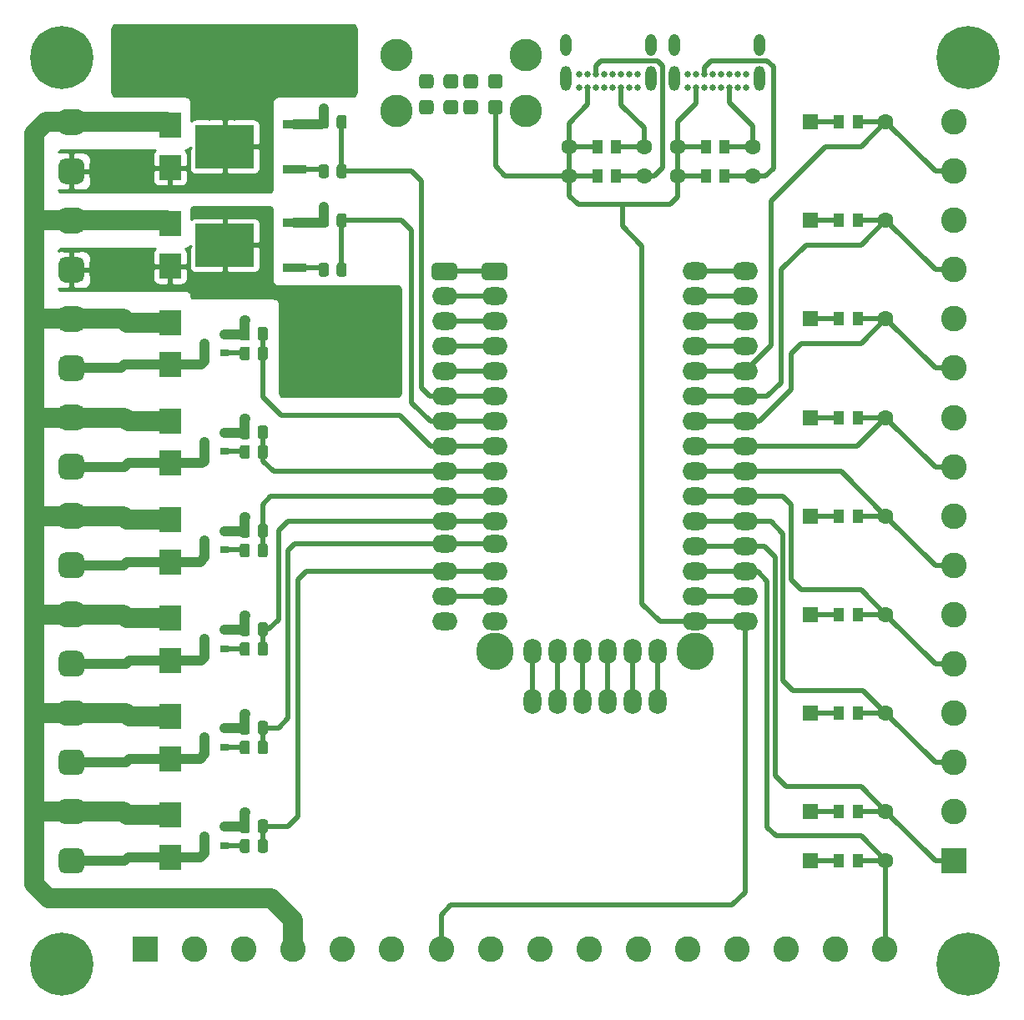
<source format=gbr>
%TF.GenerationSoftware,KiCad,Pcbnew,5.1.9-73d0e3b20d~88~ubuntu20.04.1*%
%TF.CreationDate,2021-09-25T00:34:52+05:30*%
%TF.ProjectId,veloce,76656c6f-6365-42e6-9b69-6361645f7063,rev?*%
%TF.SameCoordinates,Original*%
%TF.FileFunction,Copper,L1,Top*%
%TF.FilePolarity,Positive*%
%FSLAX46Y46*%
G04 Gerber Fmt 4.6, Leading zero omitted, Abs format (unit mm)*
G04 Created by KiCad (PCBNEW 5.1.9-73d0e3b20d~88~ubuntu20.04.1) date 2021-09-25 00:34:52*
%MOMM*%
%LPD*%
G01*
G04 APERTURE LIST*
%TA.AperFunction,ComponentPad*%
%ADD10C,2.600000*%
%TD*%
%TA.AperFunction,ComponentPad*%
%ADD11R,2.600000X2.600000*%
%TD*%
%TA.AperFunction,ComponentPad*%
%ADD12C,1.600000*%
%TD*%
%TA.AperFunction,SMDPad,CuDef*%
%ADD13R,1.000000X1.450000*%
%TD*%
%TA.AperFunction,SMDPad,CuDef*%
%ADD14R,2.489200X0.939800*%
%TD*%
%TA.AperFunction,SMDPad,CuDef*%
%ADD15R,5.918200X4.368800*%
%TD*%
%TA.AperFunction,ComponentPad*%
%ADD16R,1.600000X1.600000*%
%TD*%
%TA.AperFunction,ComponentPad*%
%ADD17O,1.800000X2.600000*%
%TD*%
%TA.AperFunction,ComponentPad*%
%ADD18O,2.600000X1.800000*%
%TD*%
%TA.AperFunction,WasherPad*%
%ADD19C,3.800000*%
%TD*%
%TA.AperFunction,ComponentPad*%
%ADD20C,0.800000*%
%TD*%
%TA.AperFunction,ComponentPad*%
%ADD21C,6.400000*%
%TD*%
%TA.AperFunction,SMDPad,CuDef*%
%ADD22R,0.900000X0.800000*%
%TD*%
%TA.AperFunction,ComponentPad*%
%ADD23C,0.650000*%
%TD*%
%TA.AperFunction,ComponentPad*%
%ADD24O,1.108000X2.516000*%
%TD*%
%TA.AperFunction,ComponentPad*%
%ADD25O,1.108000X2.216000*%
%TD*%
%TA.AperFunction,ComponentPad*%
%ADD26C,3.300000*%
%TD*%
%TA.AperFunction,SMDPad,CuDef*%
%ADD27R,2.300000X2.500000*%
%TD*%
%TA.AperFunction,ViaPad*%
%ADD28C,0.800000*%
%TD*%
%TA.AperFunction,Conductor*%
%ADD29C,2.000000*%
%TD*%
%TA.AperFunction,Conductor*%
%ADD30C,1.000000*%
%TD*%
%TA.AperFunction,Conductor*%
%ADD31C,0.500000*%
%TD*%
%TA.AperFunction,Conductor*%
%ADD32C,0.254000*%
%TD*%
%TA.AperFunction,Conductor*%
%ADD33C,0.100000*%
%TD*%
G04 APERTURE END LIST*
D10*
%TO.P,J9,16*%
%TO.N,/BRAKE*%
X228500000Y-149500000D03*
%TO.P,J9,15*%
%TO.N,/GND*%
X223500000Y-149500000D03*
%TO.P,J9,14*%
X218500000Y-149500000D03*
%TO.P,J9,13*%
X213500000Y-149500000D03*
%TO.P,J9,12*%
X208500000Y-149500000D03*
%TO.P,J9,11*%
X203500000Y-149500000D03*
%TO.P,J9,10*%
X198500000Y-149500000D03*
%TO.P,J9,9*%
X193500000Y-149500000D03*
%TO.P,J9,8*%
X188500000Y-149500000D03*
%TO.P,J9,7*%
%TO.N,/5V*%
X183500000Y-149500000D03*
%TO.P,J9,6*%
X178500000Y-149500000D03*
%TO.P,J9,5*%
%TO.N,/12V*%
X173500000Y-149500000D03*
%TO.P,J9,4*%
X168500000Y-149500000D03*
%TO.P,J9,3*%
%TO.N,/72V*%
X163500000Y-149500000D03*
%TO.P,J9,2*%
X158500000Y-149500000D03*
D11*
%TO.P,J9,1*%
X153500000Y-149500000D03*
%TD*%
D10*
%TO.P,J20,16*%
%TO.N,/GND*%
X235500000Y-65500000D03*
%TO.P,J20,15*%
%TO.N,/IN1*%
X235500000Y-70500000D03*
%TO.P,J20,14*%
%TO.N,/GND*%
X235500000Y-75500000D03*
%TO.P,J20,13*%
%TO.N,/IN2*%
X235500000Y-80500000D03*
%TO.P,J20,12*%
%TO.N,/GND*%
X235500000Y-85500000D03*
%TO.P,J20,11*%
%TO.N,/IN3*%
X235500000Y-90500000D03*
%TO.P,J20,10*%
%TO.N,/GND*%
X235500000Y-95500000D03*
%TO.P,J20,9*%
%TO.N,/IN4*%
X235500000Y-100500000D03*
%TO.P,J20,8*%
%TO.N,/GND*%
X235500000Y-105500000D03*
%TO.P,J20,7*%
%TO.N,/IN5*%
X235500000Y-110500000D03*
%TO.P,J20,6*%
%TO.N,/GND*%
X235500000Y-115500000D03*
%TO.P,J20,5*%
%TO.N,/IN6*%
X235500000Y-120500000D03*
%TO.P,J20,4*%
%TO.N,/GND*%
X235500000Y-125500000D03*
%TO.P,J20,3*%
%TO.N,/IN7*%
X235500000Y-130500000D03*
%TO.P,J20,2*%
%TO.N,/GND*%
X235500000Y-135500000D03*
D11*
%TO.P,J20,1*%
%TO.N,/IN8*%
X235500000Y-140500000D03*
%TD*%
%TO.P,J8,1*%
%TO.N,/12V*%
%TA.AperFunction,ComponentPad*%
G36*
G01*
X145350000Y-134200000D02*
X146650000Y-134200000D01*
G75*
G02*
X147300000Y-134850000I0J-650000D01*
G01*
X147300000Y-136150000D01*
G75*
G02*
X146650000Y-136800000I-650000J0D01*
G01*
X145350000Y-136800000D01*
G75*
G02*
X144700000Y-136150000I0J650000D01*
G01*
X144700000Y-134850000D01*
G75*
G02*
X145350000Y-134200000I650000J0D01*
G01*
G37*
%TD.AperFunction*%
%TO.P,J8,2*%
%TO.N,/OP8*%
%TA.AperFunction,ComponentPad*%
G36*
G01*
X145350000Y-139200000D02*
X146650000Y-139200000D01*
G75*
G02*
X147300000Y-139850000I0J-650000D01*
G01*
X147300000Y-141150000D01*
G75*
G02*
X146650000Y-141800000I-650000J0D01*
G01*
X145350000Y-141800000D01*
G75*
G02*
X144700000Y-141150000I0J650000D01*
G01*
X144700000Y-139850000D01*
G75*
G02*
X145350000Y-139200000I650000J0D01*
G01*
G37*
%TD.AperFunction*%
%TD*%
%TO.P,J7,1*%
%TO.N,/12V*%
%TA.AperFunction,ComponentPad*%
G36*
G01*
X145350000Y-124200000D02*
X146650000Y-124200000D01*
G75*
G02*
X147300000Y-124850000I0J-650000D01*
G01*
X147300000Y-126150000D01*
G75*
G02*
X146650000Y-126800000I-650000J0D01*
G01*
X145350000Y-126800000D01*
G75*
G02*
X144700000Y-126150000I0J650000D01*
G01*
X144700000Y-124850000D01*
G75*
G02*
X145350000Y-124200000I650000J0D01*
G01*
G37*
%TD.AperFunction*%
%TO.P,J7,2*%
%TO.N,/OP7*%
%TA.AperFunction,ComponentPad*%
G36*
G01*
X145350000Y-129200000D02*
X146650000Y-129200000D01*
G75*
G02*
X147300000Y-129850000I0J-650000D01*
G01*
X147300000Y-131150000D01*
G75*
G02*
X146650000Y-131800000I-650000J0D01*
G01*
X145350000Y-131800000D01*
G75*
G02*
X144700000Y-131150000I0J650000D01*
G01*
X144700000Y-129850000D01*
G75*
G02*
X145350000Y-129200000I650000J0D01*
G01*
G37*
%TD.AperFunction*%
%TD*%
%TO.P,J6,1*%
%TO.N,/12V*%
%TA.AperFunction,ComponentPad*%
G36*
G01*
X145350000Y-114200000D02*
X146650000Y-114200000D01*
G75*
G02*
X147300000Y-114850000I0J-650000D01*
G01*
X147300000Y-116150000D01*
G75*
G02*
X146650000Y-116800000I-650000J0D01*
G01*
X145350000Y-116800000D01*
G75*
G02*
X144700000Y-116150000I0J650000D01*
G01*
X144700000Y-114850000D01*
G75*
G02*
X145350000Y-114200000I650000J0D01*
G01*
G37*
%TD.AperFunction*%
%TO.P,J6,2*%
%TO.N,/OP6*%
%TA.AperFunction,ComponentPad*%
G36*
G01*
X145350000Y-119200000D02*
X146650000Y-119200000D01*
G75*
G02*
X147300000Y-119850000I0J-650000D01*
G01*
X147300000Y-121150000D01*
G75*
G02*
X146650000Y-121800000I-650000J0D01*
G01*
X145350000Y-121800000D01*
G75*
G02*
X144700000Y-121150000I0J650000D01*
G01*
X144700000Y-119850000D01*
G75*
G02*
X145350000Y-119200000I650000J0D01*
G01*
G37*
%TD.AperFunction*%
%TD*%
%TO.P,J5,1*%
%TO.N,/12V*%
%TA.AperFunction,ComponentPad*%
G36*
G01*
X145350000Y-104200000D02*
X146650000Y-104200000D01*
G75*
G02*
X147300000Y-104850000I0J-650000D01*
G01*
X147300000Y-106150000D01*
G75*
G02*
X146650000Y-106800000I-650000J0D01*
G01*
X145350000Y-106800000D01*
G75*
G02*
X144700000Y-106150000I0J650000D01*
G01*
X144700000Y-104850000D01*
G75*
G02*
X145350000Y-104200000I650000J0D01*
G01*
G37*
%TD.AperFunction*%
%TO.P,J5,2*%
%TO.N,/OP5*%
%TA.AperFunction,ComponentPad*%
G36*
G01*
X145350000Y-109200000D02*
X146650000Y-109200000D01*
G75*
G02*
X147300000Y-109850000I0J-650000D01*
G01*
X147300000Y-111150000D01*
G75*
G02*
X146650000Y-111800000I-650000J0D01*
G01*
X145350000Y-111800000D01*
G75*
G02*
X144700000Y-111150000I0J650000D01*
G01*
X144700000Y-109850000D01*
G75*
G02*
X145350000Y-109200000I650000J0D01*
G01*
G37*
%TD.AperFunction*%
%TD*%
%TO.P,J4,1*%
%TO.N,/12V*%
%TA.AperFunction,ComponentPad*%
G36*
G01*
X145350000Y-94200000D02*
X146650000Y-94200000D01*
G75*
G02*
X147300000Y-94850000I0J-650000D01*
G01*
X147300000Y-96150000D01*
G75*
G02*
X146650000Y-96800000I-650000J0D01*
G01*
X145350000Y-96800000D01*
G75*
G02*
X144700000Y-96150000I0J650000D01*
G01*
X144700000Y-94850000D01*
G75*
G02*
X145350000Y-94200000I650000J0D01*
G01*
G37*
%TD.AperFunction*%
%TO.P,J4,2*%
%TO.N,/OP4*%
%TA.AperFunction,ComponentPad*%
G36*
G01*
X145350000Y-99200000D02*
X146650000Y-99200000D01*
G75*
G02*
X147300000Y-99850000I0J-650000D01*
G01*
X147300000Y-101150000D01*
G75*
G02*
X146650000Y-101800000I-650000J0D01*
G01*
X145350000Y-101800000D01*
G75*
G02*
X144700000Y-101150000I0J650000D01*
G01*
X144700000Y-99850000D01*
G75*
G02*
X145350000Y-99200000I650000J0D01*
G01*
G37*
%TD.AperFunction*%
%TD*%
%TO.P,J3,1*%
%TO.N,/12V*%
%TA.AperFunction,ComponentPad*%
G36*
G01*
X145350000Y-84200000D02*
X146650000Y-84200000D01*
G75*
G02*
X147300000Y-84850000I0J-650000D01*
G01*
X147300000Y-86150000D01*
G75*
G02*
X146650000Y-86800000I-650000J0D01*
G01*
X145350000Y-86800000D01*
G75*
G02*
X144700000Y-86150000I0J650000D01*
G01*
X144700000Y-84850000D01*
G75*
G02*
X145350000Y-84200000I650000J0D01*
G01*
G37*
%TD.AperFunction*%
%TO.P,J3,2*%
%TO.N,/OP3*%
%TA.AperFunction,ComponentPad*%
G36*
G01*
X145350000Y-89200000D02*
X146650000Y-89200000D01*
G75*
G02*
X147300000Y-89850000I0J-650000D01*
G01*
X147300000Y-91150000D01*
G75*
G02*
X146650000Y-91800000I-650000J0D01*
G01*
X145350000Y-91800000D01*
G75*
G02*
X144700000Y-91150000I0J650000D01*
G01*
X144700000Y-89850000D01*
G75*
G02*
X145350000Y-89200000I650000J0D01*
G01*
G37*
%TD.AperFunction*%
%TD*%
%TO.P,J2,1*%
%TO.N,/12V*%
%TA.AperFunction,ComponentPad*%
G36*
G01*
X145350000Y-74200000D02*
X146650000Y-74200000D01*
G75*
G02*
X147300000Y-74850000I0J-650000D01*
G01*
X147300000Y-76150000D01*
G75*
G02*
X146650000Y-76800000I-650000J0D01*
G01*
X145350000Y-76800000D01*
G75*
G02*
X144700000Y-76150000I0J650000D01*
G01*
X144700000Y-74850000D01*
G75*
G02*
X145350000Y-74200000I650000J0D01*
G01*
G37*
%TD.AperFunction*%
%TO.P,J2,2*%
%TO.N,/OP2*%
%TA.AperFunction,ComponentPad*%
G36*
G01*
X145350000Y-79200000D02*
X146650000Y-79200000D01*
G75*
G02*
X147300000Y-79850000I0J-650000D01*
G01*
X147300000Y-81150000D01*
G75*
G02*
X146650000Y-81800000I-650000J0D01*
G01*
X145350000Y-81800000D01*
G75*
G02*
X144700000Y-81150000I0J650000D01*
G01*
X144700000Y-79850000D01*
G75*
G02*
X145350000Y-79200000I650000J0D01*
G01*
G37*
%TD.AperFunction*%
%TD*%
%TO.P,J1,1*%
%TO.N,/12V*%
%TA.AperFunction,ComponentPad*%
G36*
G01*
X145350000Y-64200000D02*
X146650000Y-64200000D01*
G75*
G02*
X147300000Y-64850000I0J-650000D01*
G01*
X147300000Y-66150000D01*
G75*
G02*
X146650000Y-66800000I-650000J0D01*
G01*
X145350000Y-66800000D01*
G75*
G02*
X144700000Y-66150000I0J650000D01*
G01*
X144700000Y-64850000D01*
G75*
G02*
X145350000Y-64200000I650000J0D01*
G01*
G37*
%TD.AperFunction*%
%TO.P,J1,2*%
%TO.N,/OP1*%
%TA.AperFunction,ComponentPad*%
G36*
G01*
X145350000Y-69200000D02*
X146650000Y-69200000D01*
G75*
G02*
X147300000Y-69850000I0J-650000D01*
G01*
X147300000Y-71150000D01*
G75*
G02*
X146650000Y-71800000I-650000J0D01*
G01*
X145350000Y-71800000D01*
G75*
G02*
X144700000Y-71150000I0J650000D01*
G01*
X144700000Y-69850000D01*
G75*
G02*
X145350000Y-69200000I650000J0D01*
G01*
G37*
%TD.AperFunction*%
%TD*%
D12*
%TO.P,R29,1*%
%TO.N,Net-(JP9-Pad2)*%
X221000000Y-135500000D03*
%TO.P,R29,2*%
%TO.N,/IN8*%
X228620000Y-135500000D03*
D13*
%TO.P,R29,1*%
%TO.N,Net-(JP9-Pad2)*%
X223860000Y-135500000D03*
%TO.P,R29,2*%
%TO.N,/IN8*%
X225760000Y-135500000D03*
%TD*%
D12*
%TO.P,R28,1*%
%TO.N,/IN7*%
X228620000Y-125500000D03*
%TO.P,R28,2*%
%TO.N,Net-(JP8-Pad2)*%
X221000000Y-125500000D03*
D13*
%TO.P,R28,1*%
%TO.N,/IN7*%
X225760000Y-125500000D03*
%TO.P,R28,2*%
%TO.N,Net-(JP8-Pad2)*%
X223860000Y-125500000D03*
%TD*%
D12*
%TO.P,R27,1*%
%TO.N,Net-(JP7-Pad2)*%
X221000000Y-115500000D03*
%TO.P,R27,2*%
%TO.N,/IN6*%
X228620000Y-115500000D03*
D13*
%TO.P,R27,1*%
%TO.N,Net-(JP7-Pad2)*%
X223860000Y-115500000D03*
%TO.P,R27,2*%
%TO.N,/IN6*%
X225760000Y-115500000D03*
%TD*%
D12*
%TO.P,R26,1*%
%TO.N,/IN5*%
X228620000Y-105500000D03*
%TO.P,R26,2*%
%TO.N,Net-(JP6-Pad2)*%
X221000000Y-105500000D03*
D13*
%TO.P,R26,1*%
%TO.N,/IN5*%
X225760000Y-105500000D03*
%TO.P,R26,2*%
%TO.N,Net-(JP6-Pad2)*%
X223860000Y-105500000D03*
%TD*%
D12*
%TO.P,R25,1*%
%TO.N,Net-(JP5-Pad2)*%
X221000000Y-95500000D03*
%TO.P,R25,2*%
%TO.N,/IN4*%
X228620000Y-95500000D03*
D13*
%TO.P,R25,1*%
%TO.N,Net-(JP5-Pad2)*%
X223860000Y-95500000D03*
%TO.P,R25,2*%
%TO.N,/IN4*%
X225760000Y-95500000D03*
%TD*%
D12*
%TO.P,R24,1*%
%TO.N,/IN3*%
X228620000Y-85500000D03*
%TO.P,R24,2*%
%TO.N,Net-(JP4-Pad2)*%
X221000000Y-85500000D03*
D13*
%TO.P,R24,1*%
%TO.N,/IN3*%
X225760000Y-85500000D03*
%TO.P,R24,2*%
%TO.N,Net-(JP4-Pad2)*%
X223860000Y-85500000D03*
%TD*%
D12*
%TO.P,R23,1*%
%TO.N,Net-(JP3-Pad2)*%
X221000000Y-75500000D03*
%TO.P,R23,2*%
%TO.N,/IN2*%
X228620000Y-75500000D03*
D13*
%TO.P,R23,1*%
%TO.N,Net-(JP3-Pad2)*%
X223860000Y-75500000D03*
%TO.P,R23,2*%
%TO.N,/IN2*%
X225760000Y-75500000D03*
%TD*%
D12*
%TO.P,R22,1*%
%TO.N,/IN1*%
X228620000Y-65500000D03*
%TO.P,R22,2*%
%TO.N,Net-(JP2-Pad2)*%
X221000000Y-65500000D03*
D13*
%TO.P,R22,1*%
%TO.N,/IN1*%
X225760000Y-65500000D03*
%TO.P,R22,2*%
%TO.N,Net-(JP2-Pad2)*%
X223860000Y-65500000D03*
%TD*%
D12*
%TO.P,R21,1*%
%TO.N,/BRAKE*%
X228620000Y-140500000D03*
%TO.P,R21,2*%
%TO.N,Net-(JP1-Pad2)*%
X221000000Y-140500000D03*
D13*
%TO.P,R21,1*%
%TO.N,/BRAKE*%
X225760000Y-140500000D03*
%TO.P,R21,2*%
%TO.N,Net-(JP1-Pad2)*%
X223860000Y-140500000D03*
%TD*%
D12*
%TO.P,R20,1*%
%TO.N,/5V*%
X207480000Y-71000000D03*
%TO.P,R20,2*%
%TO.N,Net-(J19-PadB5)*%
X215100000Y-71000000D03*
D13*
%TO.P,R20,1*%
%TO.N,/5V*%
X210340000Y-71000000D03*
%TO.P,R20,2*%
%TO.N,Net-(J19-PadB5)*%
X212240000Y-71000000D03*
%TD*%
D12*
%TO.P,R19,1*%
%TO.N,/5V*%
X207480000Y-68000000D03*
%TO.P,R19,2*%
%TO.N,Net-(J19-PadA5)*%
X215100000Y-68000000D03*
D13*
%TO.P,R19,1*%
%TO.N,/5V*%
X210340000Y-68000000D03*
%TO.P,R19,2*%
%TO.N,Net-(J19-PadA5)*%
X212240000Y-68000000D03*
%TD*%
D12*
%TO.P,R18,1*%
%TO.N,/5V*%
X196480000Y-71000000D03*
%TO.P,R18,2*%
%TO.N,Net-(J18-PadB5)*%
X204100000Y-71000000D03*
D13*
%TO.P,R18,1*%
%TO.N,/5V*%
X199340000Y-71000000D03*
%TO.P,R18,2*%
%TO.N,Net-(J18-PadB5)*%
X201240000Y-71000000D03*
%TD*%
D12*
%TO.P,R17,1*%
%TO.N,/5V*%
X196480000Y-68000000D03*
%TO.P,R17,2*%
%TO.N,Net-(J18-PadA5)*%
X204100000Y-68000000D03*
D13*
%TO.P,R17,1*%
%TO.N,/5V*%
X199340000Y-68000000D03*
%TO.P,R17,2*%
%TO.N,Net-(J18-PadA5)*%
X201240000Y-68000000D03*
%TD*%
D14*
%TO.P,Q1,1*%
%TO.N,Net-(Q1-Pad1)*%
X168643500Y-70286000D03*
%TO.P,Q1,2*%
%TO.N,/GND*%
X168643500Y-65714000D03*
D15*
%TO.P,Q1,3*%
%TO.N,/OP1*%
X161544200Y-68000000D03*
%TD*%
D14*
%TO.P,Q2,1*%
%TO.N,Net-(Q2-Pad1)*%
X168643500Y-80286000D03*
%TO.P,Q2,2*%
%TO.N,/GND*%
X168643500Y-75714000D03*
D15*
%TO.P,Q2,3*%
%TO.N,/OP2*%
X161544200Y-78000000D03*
%TD*%
D16*
%TO.P,JP1,2*%
%TO.N,Net-(JP1-Pad2)*%
X221000000Y-140500000D03*
%TD*%
%TO.P,JP9,2*%
%TO.N,Net-(JP9-Pad2)*%
X221000000Y-135500000D03*
%TD*%
%TO.P,JP8,2*%
%TO.N,Net-(JP8-Pad2)*%
X221000000Y-125500000D03*
%TD*%
%TO.P,JP7,2*%
%TO.N,Net-(JP7-Pad2)*%
X221000000Y-115500000D03*
%TD*%
%TO.P,JP6,2*%
%TO.N,Net-(JP6-Pad2)*%
X221000000Y-105500000D03*
%TD*%
%TO.P,JP5,2*%
%TO.N,Net-(JP5-Pad2)*%
X221000000Y-95500000D03*
%TD*%
%TO.P,JP4,2*%
%TO.N,Net-(JP4-Pad2)*%
X221000000Y-85500000D03*
%TD*%
%TO.P,JP3,2*%
%TO.N,Net-(JP3-Pad2)*%
X221000000Y-75500000D03*
%TD*%
%TO.P,JP2,2*%
%TO.N,Net-(JP2-Pad2)*%
X221000000Y-65500000D03*
%TD*%
D17*
%TO.P,U1,36*%
%TO.N,Net-(U1-Pad36)*%
X205430000Y-124364000D03*
%TO.P,U1,35*%
%TO.N,Net-(U1-Pad35)*%
X202890000Y-124364000D03*
%TO.P,U1,34*%
%TO.N,Net-(U1-Pad34)*%
X200350000Y-124364000D03*
%TO.P,U1,33*%
%TO.N,Net-(U1-Pad33)*%
X197810000Y-124364000D03*
%TO.P,U1,32*%
%TO.N,Net-(U1-Pad32)*%
X195270000Y-124364000D03*
%TO.P,U1,31*%
%TO.N,Net-(U1-Pad31)*%
X192730000Y-124364000D03*
D18*
%TO.P,U1,24*%
%TO.N,/IN3*%
X214320000Y-95916000D03*
%TO.P,U1,25*%
%TO.N,/IN2*%
X214320000Y-93376000D03*
%TO.P,U1,20*%
%TO.N,/IN7*%
X214320000Y-106076000D03*
%TO.P,U1,21*%
%TO.N,/IN6*%
X214320000Y-103536000D03*
%TO.P,U1,22*%
%TO.N,/IN5*%
X214320000Y-100996000D03*
%TO.P,U1,23*%
%TO.N,/IN4*%
X214320000Y-98456000D03*
%TO.P,U1,30*%
%TO.N,Net-(U1-Pad30)*%
X214320000Y-80676000D03*
%TO.P,U1,29*%
%TO.N,Net-(U1-Pad29)*%
X214320000Y-83216000D03*
%TO.P,U1,28*%
%TO.N,Net-(U1-Pad28)*%
X214320000Y-85756000D03*
%TO.P,U1,27*%
%TO.N,Net-(U1-Pad27)*%
X214320000Y-88296000D03*
%TO.P,U1,26*%
%TO.N,/IN1*%
X214320000Y-90836000D03*
%TO.P,U1,16*%
%TO.N,/5V*%
X214320000Y-116236000D03*
%TO.P,U1,17*%
%TO.N,Net-(U1-Pad17)*%
X214320000Y-113696000D03*
%TO.P,U1,18*%
%TO.N,/BRAKE*%
X214320000Y-111156000D03*
%TO.P,U1,19*%
%TO.N,/IN8*%
X214320000Y-108616000D03*
%TO.P,U1,2*%
%TO.N,Net-(U1-Pad2)*%
X183840000Y-83216000D03*
%TO.P,U1,1*%
%TO.N,Net-(U1-Pad1)*%
%TA.AperFunction,ComponentPad*%
G36*
G01*
X182540000Y-81126000D02*
X182540000Y-80226000D01*
G75*
G02*
X182990000Y-79776000I450000J0D01*
G01*
X184690000Y-79776000D01*
G75*
G02*
X185140000Y-80226000I0J-450000D01*
G01*
X185140000Y-81126000D01*
G75*
G02*
X184690000Y-81576000I-450000J0D01*
G01*
X182990000Y-81576000D01*
G75*
G02*
X182540000Y-81126000I0J450000D01*
G01*
G37*
%TD.AperFunction*%
%TO.P,U1,7*%
%TO.N,/OUT2*%
X183840000Y-95916000D03*
%TO.P,U1,6*%
%TO.N,/OUT1*%
X183840000Y-93376000D03*
%TO.P,U1,5*%
%TO.N,Net-(U1-Pad5)*%
X183840000Y-90836000D03*
%TO.P,U1,4*%
%TO.N,Net-(U1-Pad4)*%
X183840000Y-88296000D03*
%TO.P,U1,3*%
%TO.N,Net-(U1-Pad3)*%
X183840000Y-85756000D03*
%TO.P,U1,15*%
%TO.N,/GND*%
X183840000Y-116236000D03*
%TO.P,U1,14*%
%TO.N,/3V3*%
X183840000Y-113696000D03*
%TO.P,U1,13*%
%TO.N,/OUT8*%
X183840000Y-111156000D03*
%TO.P,U1,12*%
%TO.N,/OUT7*%
X183840000Y-108362000D03*
%TO.P,U1,11*%
%TO.N,/OUT6*%
X183840000Y-106076000D03*
%TO.P,U1,10*%
%TO.N,/OUT5*%
X183840000Y-103536000D03*
%TO.P,U1,9*%
%TO.N,/OUT4*%
X183840000Y-100996000D03*
%TO.P,U1,8*%
%TO.N,/OUT3*%
X183840000Y-98456000D03*
%TO.P,U1,30*%
%TO.N,Net-(U1-Pad30)*%
X209240000Y-80676000D03*
%TO.P,U1,29*%
%TO.N,Net-(U1-Pad29)*%
X209240000Y-83216000D03*
%TO.P,U1,28*%
%TO.N,Net-(U1-Pad28)*%
X209240000Y-85756000D03*
%TO.P,U1,27*%
%TO.N,Net-(U1-Pad27)*%
X209240000Y-88296000D03*
%TO.P,U1,26*%
%TO.N,/IN1*%
X209240000Y-90836000D03*
%TO.P,U1,15*%
%TO.N,/GND*%
X188920000Y-116236000D03*
%TO.P,U1,14*%
%TO.N,/3V3*%
X188920000Y-113696000D03*
%TO.P,U1,13*%
%TO.N,/OUT8*%
X188920000Y-111156000D03*
%TO.P,U1,12*%
%TO.N,/OUT7*%
X188920000Y-108362000D03*
%TO.P,U1,11*%
%TO.N,/OUT6*%
X188920000Y-106076000D03*
D17*
%TO.P,U1,36*%
%TO.N,Net-(U1-Pad36)*%
X205430000Y-119284000D03*
%TO.P,U1,35*%
%TO.N,Net-(U1-Pad35)*%
X202890000Y-119284000D03*
%TO.P,U1,34*%
%TO.N,Net-(U1-Pad34)*%
X200350000Y-119284000D03*
%TO.P,U1,33*%
%TO.N,Net-(U1-Pad33)*%
X197810000Y-119284000D03*
%TO.P,U1,32*%
%TO.N,Net-(U1-Pad32)*%
X195270000Y-119284000D03*
%TO.P,U1,31*%
%TO.N,Net-(U1-Pad31)*%
X192730000Y-119284000D03*
D19*
%TO.P,U1,*%
%TO.N,*%
X209240000Y-119284000D03*
X188920000Y-119284000D03*
D18*
%TO.P,U1,16*%
%TO.N,/5V*%
X209240000Y-116236000D03*
%TO.P,U1,10*%
%TO.N,/OUT5*%
X188920000Y-103536000D03*
%TO.P,U1,17*%
%TO.N,Net-(U1-Pad17)*%
X209240000Y-113696000D03*
%TO.P,U1,9*%
%TO.N,/OUT4*%
X188920000Y-100996000D03*
%TO.P,U1,18*%
%TO.N,/BRAKE*%
X209240000Y-111156000D03*
%TO.P,U1,8*%
%TO.N,/OUT3*%
X188920000Y-98456000D03*
%TO.P,U1,19*%
%TO.N,/IN8*%
X209240000Y-108616000D03*
%TO.P,U1,7*%
%TO.N,/OUT2*%
X188920000Y-95916000D03*
%TO.P,U1,20*%
%TO.N,/IN7*%
X209240000Y-106076000D03*
%TO.P,U1,6*%
%TO.N,/OUT1*%
X188920000Y-93376000D03*
%TO.P,U1,21*%
%TO.N,/IN6*%
X209240000Y-103536000D03*
%TO.P,U1,5*%
%TO.N,Net-(U1-Pad5)*%
X188920000Y-90836000D03*
%TO.P,U1,22*%
%TO.N,/IN5*%
X209240000Y-100996000D03*
%TO.P,U1,4*%
%TO.N,Net-(U1-Pad4)*%
X188920000Y-88296000D03*
%TO.P,U1,23*%
%TO.N,/IN4*%
X209240000Y-98456000D03*
%TO.P,U1,3*%
%TO.N,Net-(U1-Pad3)*%
X188920000Y-85756000D03*
%TO.P,U1,24*%
%TO.N,/IN3*%
X209240000Y-95916000D03*
%TO.P,U1,2*%
%TO.N,Net-(U1-Pad2)*%
X188920000Y-83216000D03*
%TO.P,U1,25*%
%TO.N,/IN2*%
X209240000Y-93376000D03*
%TO.P,U1,1*%
%TO.N,Net-(U1-Pad1)*%
%TA.AperFunction,ComponentPad*%
G36*
G01*
X187620000Y-81126000D02*
X187620000Y-80226000D01*
G75*
G02*
X188070000Y-79776000I450000J0D01*
G01*
X189770000Y-79776000D01*
G75*
G02*
X190220000Y-80226000I0J-450000D01*
G01*
X190220000Y-81126000D01*
G75*
G02*
X189770000Y-81576000I-450000J0D01*
G01*
X188070000Y-81576000D01*
G75*
G02*
X187620000Y-81126000I0J450000D01*
G01*
G37*
%TD.AperFunction*%
%TD*%
D20*
%TO.P,H4,1*%
%TO.N,N/C*%
X146697056Y-149302944D03*
X145000000Y-148600000D03*
X143302944Y-149302944D03*
X142600000Y-151000000D03*
X143302944Y-152697056D03*
X145000000Y-153400000D03*
X146697056Y-152697056D03*
X147400000Y-151000000D03*
D21*
X145000000Y-151000000D03*
%TD*%
D20*
%TO.P,H3,1*%
%TO.N,N/C*%
X238697056Y-57302944D03*
X237000000Y-56600000D03*
X235302944Y-57302944D03*
X234600000Y-59000000D03*
X235302944Y-60697056D03*
X237000000Y-61400000D03*
X238697056Y-60697056D03*
X239400000Y-59000000D03*
D21*
X237000000Y-59000000D03*
%TD*%
D20*
%TO.P,H2,1*%
%TO.N,N/C*%
X238697056Y-149302944D03*
X237000000Y-148600000D03*
X235302944Y-149302944D03*
X234600000Y-151000000D03*
X235302944Y-152697056D03*
X237000000Y-153400000D03*
X238697056Y-152697056D03*
X239400000Y-151000000D03*
D21*
X237000000Y-151000000D03*
%TD*%
D20*
%TO.P,H1,1*%
%TO.N,N/C*%
X146697056Y-57302944D03*
X145000000Y-56600000D03*
X143302944Y-57302944D03*
X142600000Y-59000000D03*
X143302944Y-60697056D03*
X145000000Y-61400000D03*
X146697056Y-60697056D03*
X147400000Y-59000000D03*
D21*
X145000000Y-59000000D03*
%TD*%
%TO.P,R16,2*%
%TO.N,/GND*%
%TA.AperFunction,SMDPad,CuDef*%
G36*
G01*
X164100000Y-136549998D02*
X164100000Y-137450002D01*
G75*
G02*
X163850002Y-137700000I-249998J0D01*
G01*
X163324998Y-137700000D01*
G75*
G02*
X163075000Y-137450002I0J249998D01*
G01*
X163075000Y-136549998D01*
G75*
G02*
X163324998Y-136300000I249998J0D01*
G01*
X163850002Y-136300000D01*
G75*
G02*
X164100000Y-136549998I0J-249998D01*
G01*
G37*
%TD.AperFunction*%
%TO.P,R16,1*%
%TO.N,/OUT8*%
%TA.AperFunction,SMDPad,CuDef*%
G36*
G01*
X165925000Y-136549998D02*
X165925000Y-137450002D01*
G75*
G02*
X165675002Y-137700000I-249998J0D01*
G01*
X165149998Y-137700000D01*
G75*
G02*
X164900000Y-137450002I0J249998D01*
G01*
X164900000Y-136549998D01*
G75*
G02*
X165149998Y-136300000I249998J0D01*
G01*
X165675002Y-136300000D01*
G75*
G02*
X165925000Y-136549998I0J-249998D01*
G01*
G37*
%TD.AperFunction*%
%TD*%
%TO.P,R15,2*%
%TO.N,/GND*%
%TA.AperFunction,SMDPad,CuDef*%
G36*
G01*
X164100000Y-126549998D02*
X164100000Y-127450002D01*
G75*
G02*
X163850002Y-127700000I-249998J0D01*
G01*
X163324998Y-127700000D01*
G75*
G02*
X163075000Y-127450002I0J249998D01*
G01*
X163075000Y-126549998D01*
G75*
G02*
X163324998Y-126300000I249998J0D01*
G01*
X163850002Y-126300000D01*
G75*
G02*
X164100000Y-126549998I0J-249998D01*
G01*
G37*
%TD.AperFunction*%
%TO.P,R15,1*%
%TO.N,/OUT7*%
%TA.AperFunction,SMDPad,CuDef*%
G36*
G01*
X165925000Y-126549998D02*
X165925000Y-127450002D01*
G75*
G02*
X165675002Y-127700000I-249998J0D01*
G01*
X165149998Y-127700000D01*
G75*
G02*
X164900000Y-127450002I0J249998D01*
G01*
X164900000Y-126549998D01*
G75*
G02*
X165149998Y-126300000I249998J0D01*
G01*
X165675002Y-126300000D01*
G75*
G02*
X165925000Y-126549998I0J-249998D01*
G01*
G37*
%TD.AperFunction*%
%TD*%
%TO.P,R14,2*%
%TO.N,/OUT8*%
%TA.AperFunction,SMDPad,CuDef*%
G36*
G01*
X164900000Y-139450002D02*
X164900000Y-138549998D01*
G75*
G02*
X165149998Y-138300000I249998J0D01*
G01*
X165675002Y-138300000D01*
G75*
G02*
X165925000Y-138549998I0J-249998D01*
G01*
X165925000Y-139450002D01*
G75*
G02*
X165675002Y-139700000I-249998J0D01*
G01*
X165149998Y-139700000D01*
G75*
G02*
X164900000Y-139450002I0J249998D01*
G01*
G37*
%TD.AperFunction*%
%TO.P,R14,1*%
%TO.N,Net-(Q8-Pad1)*%
%TA.AperFunction,SMDPad,CuDef*%
G36*
G01*
X163075000Y-139450002D02*
X163075000Y-138549998D01*
G75*
G02*
X163324998Y-138300000I249998J0D01*
G01*
X163850002Y-138300000D01*
G75*
G02*
X164100000Y-138549998I0J-249998D01*
G01*
X164100000Y-139450002D01*
G75*
G02*
X163850002Y-139700000I-249998J0D01*
G01*
X163324998Y-139700000D01*
G75*
G02*
X163075000Y-139450002I0J249998D01*
G01*
G37*
%TD.AperFunction*%
%TD*%
%TO.P,R13,2*%
%TO.N,/OUT7*%
%TA.AperFunction,SMDPad,CuDef*%
G36*
G01*
X164900000Y-129450002D02*
X164900000Y-128549998D01*
G75*
G02*
X165149998Y-128300000I249998J0D01*
G01*
X165675002Y-128300000D01*
G75*
G02*
X165925000Y-128549998I0J-249998D01*
G01*
X165925000Y-129450002D01*
G75*
G02*
X165675002Y-129700000I-249998J0D01*
G01*
X165149998Y-129700000D01*
G75*
G02*
X164900000Y-129450002I0J249998D01*
G01*
G37*
%TD.AperFunction*%
%TO.P,R13,1*%
%TO.N,Net-(Q7-Pad1)*%
%TA.AperFunction,SMDPad,CuDef*%
G36*
G01*
X163075000Y-129450002D02*
X163075000Y-128549998D01*
G75*
G02*
X163324998Y-128300000I249998J0D01*
G01*
X163850002Y-128300000D01*
G75*
G02*
X164100000Y-128549998I0J-249998D01*
G01*
X164100000Y-129450002D01*
G75*
G02*
X163850002Y-129700000I-249998J0D01*
G01*
X163324998Y-129700000D01*
G75*
G02*
X163075000Y-129450002I0J249998D01*
G01*
G37*
%TD.AperFunction*%
%TD*%
%TO.P,R12,2*%
%TO.N,/GND*%
%TA.AperFunction,SMDPad,CuDef*%
G36*
G01*
X164100000Y-116549998D02*
X164100000Y-117450002D01*
G75*
G02*
X163850002Y-117700000I-249998J0D01*
G01*
X163324998Y-117700000D01*
G75*
G02*
X163075000Y-117450002I0J249998D01*
G01*
X163075000Y-116549998D01*
G75*
G02*
X163324998Y-116300000I249998J0D01*
G01*
X163850002Y-116300000D01*
G75*
G02*
X164100000Y-116549998I0J-249998D01*
G01*
G37*
%TD.AperFunction*%
%TO.P,R12,1*%
%TO.N,/OUT6*%
%TA.AperFunction,SMDPad,CuDef*%
G36*
G01*
X165925000Y-116549998D02*
X165925000Y-117450002D01*
G75*
G02*
X165675002Y-117700000I-249998J0D01*
G01*
X165149998Y-117700000D01*
G75*
G02*
X164900000Y-117450002I0J249998D01*
G01*
X164900000Y-116549998D01*
G75*
G02*
X165149998Y-116300000I249998J0D01*
G01*
X165675002Y-116300000D01*
G75*
G02*
X165925000Y-116549998I0J-249998D01*
G01*
G37*
%TD.AperFunction*%
%TD*%
%TO.P,R11,2*%
%TO.N,/GND*%
%TA.AperFunction,SMDPad,CuDef*%
G36*
G01*
X164100000Y-106549998D02*
X164100000Y-107450002D01*
G75*
G02*
X163850002Y-107700000I-249998J0D01*
G01*
X163324998Y-107700000D01*
G75*
G02*
X163075000Y-107450002I0J249998D01*
G01*
X163075000Y-106549998D01*
G75*
G02*
X163324998Y-106300000I249998J0D01*
G01*
X163850002Y-106300000D01*
G75*
G02*
X164100000Y-106549998I0J-249998D01*
G01*
G37*
%TD.AperFunction*%
%TO.P,R11,1*%
%TO.N,/OUT5*%
%TA.AperFunction,SMDPad,CuDef*%
G36*
G01*
X165925000Y-106549998D02*
X165925000Y-107450002D01*
G75*
G02*
X165675002Y-107700000I-249998J0D01*
G01*
X165149998Y-107700000D01*
G75*
G02*
X164900000Y-107450002I0J249998D01*
G01*
X164900000Y-106549998D01*
G75*
G02*
X165149998Y-106300000I249998J0D01*
G01*
X165675002Y-106300000D01*
G75*
G02*
X165925000Y-106549998I0J-249998D01*
G01*
G37*
%TD.AperFunction*%
%TD*%
%TO.P,R10,2*%
%TO.N,/OUT6*%
%TA.AperFunction,SMDPad,CuDef*%
G36*
G01*
X164900000Y-119450002D02*
X164900000Y-118549998D01*
G75*
G02*
X165149998Y-118300000I249998J0D01*
G01*
X165675002Y-118300000D01*
G75*
G02*
X165925000Y-118549998I0J-249998D01*
G01*
X165925000Y-119450002D01*
G75*
G02*
X165675002Y-119700000I-249998J0D01*
G01*
X165149998Y-119700000D01*
G75*
G02*
X164900000Y-119450002I0J249998D01*
G01*
G37*
%TD.AperFunction*%
%TO.P,R10,1*%
%TO.N,Net-(Q6-Pad1)*%
%TA.AperFunction,SMDPad,CuDef*%
G36*
G01*
X163075000Y-119450002D02*
X163075000Y-118549998D01*
G75*
G02*
X163324998Y-118300000I249998J0D01*
G01*
X163850002Y-118300000D01*
G75*
G02*
X164100000Y-118549998I0J-249998D01*
G01*
X164100000Y-119450002D01*
G75*
G02*
X163850002Y-119700000I-249998J0D01*
G01*
X163324998Y-119700000D01*
G75*
G02*
X163075000Y-119450002I0J249998D01*
G01*
G37*
%TD.AperFunction*%
%TD*%
%TO.P,R9,2*%
%TO.N,/OUT5*%
%TA.AperFunction,SMDPad,CuDef*%
G36*
G01*
X164900000Y-109450002D02*
X164900000Y-108549998D01*
G75*
G02*
X165149998Y-108300000I249998J0D01*
G01*
X165675002Y-108300000D01*
G75*
G02*
X165925000Y-108549998I0J-249998D01*
G01*
X165925000Y-109450002D01*
G75*
G02*
X165675002Y-109700000I-249998J0D01*
G01*
X165149998Y-109700000D01*
G75*
G02*
X164900000Y-109450002I0J249998D01*
G01*
G37*
%TD.AperFunction*%
%TO.P,R9,1*%
%TO.N,Net-(Q5-Pad1)*%
%TA.AperFunction,SMDPad,CuDef*%
G36*
G01*
X163075000Y-109450002D02*
X163075000Y-108549998D01*
G75*
G02*
X163324998Y-108300000I249998J0D01*
G01*
X163850002Y-108300000D01*
G75*
G02*
X164100000Y-108549998I0J-249998D01*
G01*
X164100000Y-109450002D01*
G75*
G02*
X163850002Y-109700000I-249998J0D01*
G01*
X163324998Y-109700000D01*
G75*
G02*
X163075000Y-109450002I0J249998D01*
G01*
G37*
%TD.AperFunction*%
%TD*%
%TO.P,R8,2*%
%TO.N,/GND*%
%TA.AperFunction,SMDPad,CuDef*%
G36*
G01*
X164100000Y-96549998D02*
X164100000Y-97450002D01*
G75*
G02*
X163850002Y-97700000I-249998J0D01*
G01*
X163324998Y-97700000D01*
G75*
G02*
X163075000Y-97450002I0J249998D01*
G01*
X163075000Y-96549998D01*
G75*
G02*
X163324998Y-96300000I249998J0D01*
G01*
X163850002Y-96300000D01*
G75*
G02*
X164100000Y-96549998I0J-249998D01*
G01*
G37*
%TD.AperFunction*%
%TO.P,R8,1*%
%TO.N,/OUT4*%
%TA.AperFunction,SMDPad,CuDef*%
G36*
G01*
X165925000Y-96549998D02*
X165925000Y-97450002D01*
G75*
G02*
X165675002Y-97700000I-249998J0D01*
G01*
X165149998Y-97700000D01*
G75*
G02*
X164900000Y-97450002I0J249998D01*
G01*
X164900000Y-96549998D01*
G75*
G02*
X165149998Y-96300000I249998J0D01*
G01*
X165675002Y-96300000D01*
G75*
G02*
X165925000Y-96549998I0J-249998D01*
G01*
G37*
%TD.AperFunction*%
%TD*%
%TO.P,R7,2*%
%TO.N,/GND*%
%TA.AperFunction,SMDPad,CuDef*%
G36*
G01*
X164100000Y-86549998D02*
X164100000Y-87450002D01*
G75*
G02*
X163850002Y-87700000I-249998J0D01*
G01*
X163324998Y-87700000D01*
G75*
G02*
X163075000Y-87450002I0J249998D01*
G01*
X163075000Y-86549998D01*
G75*
G02*
X163324998Y-86300000I249998J0D01*
G01*
X163850002Y-86300000D01*
G75*
G02*
X164100000Y-86549998I0J-249998D01*
G01*
G37*
%TD.AperFunction*%
%TO.P,R7,1*%
%TO.N,/OUT3*%
%TA.AperFunction,SMDPad,CuDef*%
G36*
G01*
X165925000Y-86549998D02*
X165925000Y-87450002D01*
G75*
G02*
X165675002Y-87700000I-249998J0D01*
G01*
X165149998Y-87700000D01*
G75*
G02*
X164900000Y-87450002I0J249998D01*
G01*
X164900000Y-86549998D01*
G75*
G02*
X165149998Y-86300000I249998J0D01*
G01*
X165675002Y-86300000D01*
G75*
G02*
X165925000Y-86549998I0J-249998D01*
G01*
G37*
%TD.AperFunction*%
%TD*%
%TO.P,R6,2*%
%TO.N,/OUT4*%
%TA.AperFunction,SMDPad,CuDef*%
G36*
G01*
X164900000Y-99450002D02*
X164900000Y-98549998D01*
G75*
G02*
X165149998Y-98300000I249998J0D01*
G01*
X165675002Y-98300000D01*
G75*
G02*
X165925000Y-98549998I0J-249998D01*
G01*
X165925000Y-99450002D01*
G75*
G02*
X165675002Y-99700000I-249998J0D01*
G01*
X165149998Y-99700000D01*
G75*
G02*
X164900000Y-99450002I0J249998D01*
G01*
G37*
%TD.AperFunction*%
%TO.P,R6,1*%
%TO.N,Net-(Q4-Pad1)*%
%TA.AperFunction,SMDPad,CuDef*%
G36*
G01*
X163075000Y-99450002D02*
X163075000Y-98549998D01*
G75*
G02*
X163324998Y-98300000I249998J0D01*
G01*
X163850002Y-98300000D01*
G75*
G02*
X164100000Y-98549998I0J-249998D01*
G01*
X164100000Y-99450002D01*
G75*
G02*
X163850002Y-99700000I-249998J0D01*
G01*
X163324998Y-99700000D01*
G75*
G02*
X163075000Y-99450002I0J249998D01*
G01*
G37*
%TD.AperFunction*%
%TD*%
%TO.P,R5,2*%
%TO.N,/OUT3*%
%TA.AperFunction,SMDPad,CuDef*%
G36*
G01*
X164900000Y-89450002D02*
X164900000Y-88549998D01*
G75*
G02*
X165149998Y-88300000I249998J0D01*
G01*
X165675002Y-88300000D01*
G75*
G02*
X165925000Y-88549998I0J-249998D01*
G01*
X165925000Y-89450002D01*
G75*
G02*
X165675002Y-89700000I-249998J0D01*
G01*
X165149998Y-89700000D01*
G75*
G02*
X164900000Y-89450002I0J249998D01*
G01*
G37*
%TD.AperFunction*%
%TO.P,R5,1*%
%TO.N,Net-(Q3-Pad1)*%
%TA.AperFunction,SMDPad,CuDef*%
G36*
G01*
X163075000Y-89450002D02*
X163075000Y-88549998D01*
G75*
G02*
X163324998Y-88300000I249998J0D01*
G01*
X163850002Y-88300000D01*
G75*
G02*
X164100000Y-88549998I0J-249998D01*
G01*
X164100000Y-89450002D01*
G75*
G02*
X163850002Y-89700000I-249998J0D01*
G01*
X163324998Y-89700000D01*
G75*
G02*
X163075000Y-89450002I0J249998D01*
G01*
G37*
%TD.AperFunction*%
%TD*%
%TO.P,R4,2*%
%TO.N,/GND*%
%TA.AperFunction,SMDPad,CuDef*%
G36*
G01*
X172100000Y-75049998D02*
X172100000Y-75950002D01*
G75*
G02*
X171850002Y-76200000I-249998J0D01*
G01*
X171324998Y-76200000D01*
G75*
G02*
X171075000Y-75950002I0J249998D01*
G01*
X171075000Y-75049998D01*
G75*
G02*
X171324998Y-74800000I249998J0D01*
G01*
X171850002Y-74800000D01*
G75*
G02*
X172100000Y-75049998I0J-249998D01*
G01*
G37*
%TD.AperFunction*%
%TO.P,R4,1*%
%TO.N,/OUT2*%
%TA.AperFunction,SMDPad,CuDef*%
G36*
G01*
X173925000Y-75049998D02*
X173925000Y-75950002D01*
G75*
G02*
X173675002Y-76200000I-249998J0D01*
G01*
X173149998Y-76200000D01*
G75*
G02*
X172900000Y-75950002I0J249998D01*
G01*
X172900000Y-75049998D01*
G75*
G02*
X173149998Y-74800000I249998J0D01*
G01*
X173675002Y-74800000D01*
G75*
G02*
X173925000Y-75049998I0J-249998D01*
G01*
G37*
%TD.AperFunction*%
%TD*%
%TO.P,R3,2*%
%TO.N,/GND*%
%TA.AperFunction,SMDPad,CuDef*%
G36*
G01*
X172100000Y-65049998D02*
X172100000Y-65950002D01*
G75*
G02*
X171850002Y-66200000I-249998J0D01*
G01*
X171324998Y-66200000D01*
G75*
G02*
X171075000Y-65950002I0J249998D01*
G01*
X171075000Y-65049998D01*
G75*
G02*
X171324998Y-64800000I249998J0D01*
G01*
X171850002Y-64800000D01*
G75*
G02*
X172100000Y-65049998I0J-249998D01*
G01*
G37*
%TD.AperFunction*%
%TO.P,R3,1*%
%TO.N,/OUT1*%
%TA.AperFunction,SMDPad,CuDef*%
G36*
G01*
X173925000Y-65049998D02*
X173925000Y-65950002D01*
G75*
G02*
X173675002Y-66200000I-249998J0D01*
G01*
X173149998Y-66200000D01*
G75*
G02*
X172900000Y-65950002I0J249998D01*
G01*
X172900000Y-65049998D01*
G75*
G02*
X173149998Y-64800000I249998J0D01*
G01*
X173675002Y-64800000D01*
G75*
G02*
X173925000Y-65049998I0J-249998D01*
G01*
G37*
%TD.AperFunction*%
%TD*%
%TO.P,R2,2*%
%TO.N,/OUT2*%
%TA.AperFunction,SMDPad,CuDef*%
G36*
G01*
X172900000Y-80950002D02*
X172900000Y-80049998D01*
G75*
G02*
X173149998Y-79800000I249998J0D01*
G01*
X173675002Y-79800000D01*
G75*
G02*
X173925000Y-80049998I0J-249998D01*
G01*
X173925000Y-80950002D01*
G75*
G02*
X173675002Y-81200000I-249998J0D01*
G01*
X173149998Y-81200000D01*
G75*
G02*
X172900000Y-80950002I0J249998D01*
G01*
G37*
%TD.AperFunction*%
%TO.P,R2,1*%
%TO.N,Net-(Q2-Pad1)*%
%TA.AperFunction,SMDPad,CuDef*%
G36*
G01*
X171075000Y-80950002D02*
X171075000Y-80049998D01*
G75*
G02*
X171324998Y-79800000I249998J0D01*
G01*
X171850002Y-79800000D01*
G75*
G02*
X172100000Y-80049998I0J-249998D01*
G01*
X172100000Y-80950002D01*
G75*
G02*
X171850002Y-81200000I-249998J0D01*
G01*
X171324998Y-81200000D01*
G75*
G02*
X171075000Y-80950002I0J249998D01*
G01*
G37*
%TD.AperFunction*%
%TD*%
%TO.P,R1,2*%
%TO.N,/OUT1*%
%TA.AperFunction,SMDPad,CuDef*%
G36*
G01*
X172900000Y-70950002D02*
X172900000Y-70049998D01*
G75*
G02*
X173149998Y-69800000I249998J0D01*
G01*
X173675002Y-69800000D01*
G75*
G02*
X173925000Y-70049998I0J-249998D01*
G01*
X173925000Y-70950002D01*
G75*
G02*
X173675002Y-71200000I-249998J0D01*
G01*
X173149998Y-71200000D01*
G75*
G02*
X172900000Y-70950002I0J249998D01*
G01*
G37*
%TD.AperFunction*%
%TO.P,R1,1*%
%TO.N,Net-(Q1-Pad1)*%
%TA.AperFunction,SMDPad,CuDef*%
G36*
G01*
X171075000Y-70950002D02*
X171075000Y-70049998D01*
G75*
G02*
X171324998Y-69800000I249998J0D01*
G01*
X171850002Y-69800000D01*
G75*
G02*
X172100000Y-70049998I0J-249998D01*
G01*
X172100000Y-70950002D01*
G75*
G02*
X171850002Y-71200000I-249998J0D01*
G01*
X171324998Y-71200000D01*
G75*
G02*
X171075000Y-70950002I0J249998D01*
G01*
G37*
%TD.AperFunction*%
%TD*%
D22*
%TO.P,Q8,3*%
%TO.N,/OP8*%
X159500000Y-138000000D03*
%TO.P,Q8,2*%
%TO.N,/GND*%
X161500000Y-137050000D03*
%TO.P,Q8,1*%
%TO.N,Net-(Q8-Pad1)*%
X161500000Y-138950000D03*
%TD*%
%TO.P,Q7,3*%
%TO.N,/OP7*%
X159500000Y-128000000D03*
%TO.P,Q7,2*%
%TO.N,/GND*%
X161500000Y-127050000D03*
%TO.P,Q7,1*%
%TO.N,Net-(Q7-Pad1)*%
X161500000Y-128950000D03*
%TD*%
%TO.P,Q6,3*%
%TO.N,/OP6*%
X159500000Y-118000000D03*
%TO.P,Q6,2*%
%TO.N,/GND*%
X161500000Y-117050000D03*
%TO.P,Q6,1*%
%TO.N,Net-(Q6-Pad1)*%
X161500000Y-118950000D03*
%TD*%
%TO.P,Q5,3*%
%TO.N,/OP5*%
X159500000Y-108000000D03*
%TO.P,Q5,2*%
%TO.N,/GND*%
X161500000Y-107050000D03*
%TO.P,Q5,1*%
%TO.N,Net-(Q5-Pad1)*%
X161500000Y-108950000D03*
%TD*%
%TO.P,Q4,3*%
%TO.N,/OP4*%
X159500000Y-98000000D03*
%TO.P,Q4,2*%
%TO.N,/GND*%
X161500000Y-97050000D03*
%TO.P,Q4,1*%
%TO.N,Net-(Q4-Pad1)*%
X161500000Y-98950000D03*
%TD*%
%TO.P,Q3,3*%
%TO.N,/OP3*%
X159500000Y-88000000D03*
%TO.P,Q3,2*%
%TO.N,/GND*%
X161500000Y-87050000D03*
%TO.P,Q3,1*%
%TO.N,Net-(Q3-Pad1)*%
X161500000Y-88950000D03*
%TD*%
D23*
%TO.P,J19,A1*%
%TO.N,/GND*%
X214475000Y-62025000D03*
%TO.P,J19,A4*%
%TO.N,/5V*%
X213625000Y-62025000D03*
%TO.P,J19,A5*%
%TO.N,Net-(J19-PadA5)*%
X212775000Y-62025000D03*
%TO.P,J19,A6*%
%TO.N,Net-(J19-PadA6)*%
X211925000Y-62025000D03*
%TO.P,J19,A7*%
%TO.N,Net-(J19-PadA7)*%
X211075000Y-62025000D03*
%TO.P,J19,A8*%
%TO.N,Net-(J19-PadA8)*%
X210225000Y-62025000D03*
%TO.P,J19,A9*%
%TO.N,/5V*%
X209375000Y-62025000D03*
%TO.P,J19,A12*%
%TO.N,/GND*%
X208525000Y-62025000D03*
%TO.P,J19,B1*%
X208525000Y-60675000D03*
%TO.P,J19,B4*%
%TO.N,/5V*%
X209375000Y-60675000D03*
%TO.P,J19,B5*%
%TO.N,Net-(J19-PadB5)*%
X210225000Y-60675000D03*
%TO.P,J19,B6*%
%TO.N,Net-(J19-PadB6)*%
X211075000Y-60675000D03*
%TO.P,J19,B7*%
%TO.N,Net-(J19-PadB7)*%
X211925000Y-60675000D03*
%TO.P,J19,B8*%
%TO.N,Net-(J19-PadB8)*%
X212775000Y-60675000D03*
%TO.P,J19,B9*%
%TO.N,/5V*%
X213625000Y-60675000D03*
%TO.P,J19,B12*%
%TO.N,/GND*%
X214475000Y-60675000D03*
D24*
%TO.P,J19,S1*%
X215825000Y-61045000D03*
X207175000Y-61045000D03*
D25*
X207175000Y-57665000D03*
X215825000Y-57665000D03*
%TD*%
D23*
%TO.P,J18,A1*%
%TO.N,/GND*%
X203475000Y-62025000D03*
%TO.P,J18,A4*%
%TO.N,/5V*%
X202625000Y-62025000D03*
%TO.P,J18,A5*%
%TO.N,Net-(J18-PadA5)*%
X201775000Y-62025000D03*
%TO.P,J18,A6*%
%TO.N,Net-(J18-PadA6)*%
X200925000Y-62025000D03*
%TO.P,J18,A7*%
%TO.N,Net-(J18-PadA7)*%
X200075000Y-62025000D03*
%TO.P,J18,A8*%
%TO.N,Net-(J18-PadA8)*%
X199225000Y-62025000D03*
%TO.P,J18,A9*%
%TO.N,/5V*%
X198375000Y-62025000D03*
%TO.P,J18,A12*%
%TO.N,/GND*%
X197525000Y-62025000D03*
%TO.P,J18,B1*%
X197525000Y-60675000D03*
%TO.P,J18,B4*%
%TO.N,/5V*%
X198375000Y-60675000D03*
%TO.P,J18,B5*%
%TO.N,Net-(J18-PadB5)*%
X199225000Y-60675000D03*
%TO.P,J18,B6*%
%TO.N,Net-(J18-PadB6)*%
X200075000Y-60675000D03*
%TO.P,J18,B7*%
%TO.N,Net-(J18-PadB7)*%
X200925000Y-60675000D03*
%TO.P,J18,B8*%
%TO.N,Net-(J18-PadB8)*%
X201775000Y-60675000D03*
%TO.P,J18,B9*%
%TO.N,/5V*%
X202625000Y-60675000D03*
%TO.P,J18,B12*%
%TO.N,/GND*%
X203475000Y-60675000D03*
D24*
%TO.P,J18,S1*%
X204825000Y-61045000D03*
X196175000Y-61045000D03*
D25*
X196175000Y-57665000D03*
X204825000Y-57665000D03*
%TD*%
D26*
%TO.P,J17,9*%
%TO.N,/GND*%
X178930000Y-64350000D03*
X192070000Y-64350000D03*
%TO.P,J17,1*%
%TO.N,/5V*%
%TA.AperFunction,ComponentPad*%
G36*
G01*
X189750000Y-63625000D02*
X189750000Y-64375000D01*
G75*
G02*
X189375000Y-64750000I-375000J0D01*
G01*
X188625000Y-64750000D01*
G75*
G02*
X188250000Y-64375000I0J375000D01*
G01*
X188250000Y-63625000D01*
G75*
G02*
X188625000Y-63250000I375000J0D01*
G01*
X189375000Y-63250000D01*
G75*
G02*
X189750000Y-63625000I0J-375000D01*
G01*
G37*
%TD.AperFunction*%
%TO.P,J17,2*%
%TO.N,Net-(J17-Pad2)*%
%TA.AperFunction,ComponentPad*%
G36*
G01*
X187250000Y-63625000D02*
X187250000Y-64375000D01*
G75*
G02*
X186875000Y-64750000I-375000J0D01*
G01*
X186125000Y-64750000D01*
G75*
G02*
X185750000Y-64375000I0J375000D01*
G01*
X185750000Y-63625000D01*
G75*
G02*
X186125000Y-63250000I375000J0D01*
G01*
X186875000Y-63250000D01*
G75*
G02*
X187250000Y-63625000I0J-375000D01*
G01*
G37*
%TD.AperFunction*%
%TO.P,J17,3*%
%TO.N,Net-(J17-Pad3)*%
%TA.AperFunction,ComponentPad*%
G36*
G01*
X185250000Y-63625000D02*
X185250000Y-64375000D01*
G75*
G02*
X184875000Y-64750000I-375000J0D01*
G01*
X184125000Y-64750000D01*
G75*
G02*
X183750000Y-64375000I0J375000D01*
G01*
X183750000Y-63625000D01*
G75*
G02*
X184125000Y-63250000I375000J0D01*
G01*
X184875000Y-63250000D01*
G75*
G02*
X185250000Y-63625000I0J-375000D01*
G01*
G37*
%TD.AperFunction*%
%TO.P,J17,4*%
%TO.N,/GND*%
%TA.AperFunction,ComponentPad*%
G36*
G01*
X182750000Y-63625000D02*
X182750000Y-64375000D01*
G75*
G02*
X182375000Y-64750000I-375000J0D01*
G01*
X181625000Y-64750000D01*
G75*
G02*
X181250000Y-64375000I0J375000D01*
G01*
X181250000Y-63625000D01*
G75*
G02*
X181625000Y-63250000I375000J0D01*
G01*
X182375000Y-63250000D01*
G75*
G02*
X182750000Y-63625000I0J-375000D01*
G01*
G37*
%TD.AperFunction*%
%TO.P,J17,9*%
X192070000Y-58670000D03*
X178930000Y-58670000D03*
%TO.P,J17,5*%
%TO.N,/5V*%
%TA.AperFunction,ComponentPad*%
G36*
G01*
X189750000Y-61005000D02*
X189750000Y-61755000D01*
G75*
G02*
X189375000Y-62130000I-375000J0D01*
G01*
X188625000Y-62130000D01*
G75*
G02*
X188250000Y-61755000I0J375000D01*
G01*
X188250000Y-61005000D01*
G75*
G02*
X188625000Y-60630000I375000J0D01*
G01*
X189375000Y-60630000D01*
G75*
G02*
X189750000Y-61005000I0J-375000D01*
G01*
G37*
%TD.AperFunction*%
%TO.P,J17,6*%
%TO.N,Net-(J17-Pad6)*%
%TA.AperFunction,ComponentPad*%
G36*
G01*
X187250000Y-61005000D02*
X187250000Y-61755000D01*
G75*
G02*
X186875000Y-62130000I-375000J0D01*
G01*
X186125000Y-62130000D01*
G75*
G02*
X185750000Y-61755000I0J375000D01*
G01*
X185750000Y-61005000D01*
G75*
G02*
X186125000Y-60630000I375000J0D01*
G01*
X186875000Y-60630000D01*
G75*
G02*
X187250000Y-61005000I0J-375000D01*
G01*
G37*
%TD.AperFunction*%
%TO.P,J17,7*%
%TO.N,Net-(J17-Pad7)*%
%TA.AperFunction,ComponentPad*%
G36*
G01*
X185250000Y-61005000D02*
X185250000Y-61755000D01*
G75*
G02*
X184875000Y-62130000I-375000J0D01*
G01*
X184125000Y-62130000D01*
G75*
G02*
X183750000Y-61755000I0J375000D01*
G01*
X183750000Y-61005000D01*
G75*
G02*
X184125000Y-60630000I375000J0D01*
G01*
X184875000Y-60630000D01*
G75*
G02*
X185250000Y-61005000I0J-375000D01*
G01*
G37*
%TD.AperFunction*%
%TO.P,J17,8*%
%TO.N,/GND*%
%TA.AperFunction,ComponentPad*%
G36*
G01*
X182750000Y-61005000D02*
X182750000Y-61755000D01*
G75*
G02*
X182375000Y-62130000I-375000J0D01*
G01*
X181625000Y-62130000D01*
G75*
G02*
X181250000Y-61755000I0J375000D01*
G01*
X181250000Y-61005000D01*
G75*
G02*
X181625000Y-60630000I375000J0D01*
G01*
X182375000Y-60630000D01*
G75*
G02*
X182750000Y-61005000I0J-375000D01*
G01*
G37*
%TD.AperFunction*%
%TD*%
D27*
%TO.P,D8,2*%
%TO.N,/OP8*%
X156000000Y-140150000D03*
%TO.P,D8,1*%
%TO.N,/12V*%
X156000000Y-135850000D03*
%TD*%
%TO.P,D7,2*%
%TO.N,/OP7*%
X156000000Y-130150000D03*
%TO.P,D7,1*%
%TO.N,/12V*%
X156000000Y-125850000D03*
%TD*%
%TO.P,D6,2*%
%TO.N,/OP6*%
X156000000Y-120150000D03*
%TO.P,D6,1*%
%TO.N,/12V*%
X156000000Y-115850000D03*
%TD*%
%TO.P,D5,2*%
%TO.N,/OP5*%
X156000000Y-110150000D03*
%TO.P,D5,1*%
%TO.N,/12V*%
X156000000Y-105850000D03*
%TD*%
%TO.P,D4,2*%
%TO.N,/OP4*%
X156000000Y-100150000D03*
%TO.P,D4,1*%
%TO.N,/12V*%
X156000000Y-95850000D03*
%TD*%
%TO.P,D3,2*%
%TO.N,/OP3*%
X156000000Y-90150000D03*
%TO.P,D3,1*%
%TO.N,/12V*%
X156000000Y-85850000D03*
%TD*%
%TO.P,D2,2*%
%TO.N,/OP2*%
X156000000Y-80150000D03*
%TO.P,D2,1*%
%TO.N,/12V*%
X156000000Y-75850000D03*
%TD*%
%TO.P,D1,2*%
%TO.N,/OP1*%
X156000000Y-70150000D03*
%TO.P,D1,1*%
%TO.N,/12V*%
X156000000Y-65850000D03*
%TD*%
D28*
%TO.N,/GND*%
X163600000Y-135600000D03*
X163600000Y-125600000D03*
X163600000Y-115600000D03*
X163600000Y-105600000D03*
X163600000Y-95600000D03*
X163600000Y-85600000D03*
X171600000Y-74100000D03*
X171600000Y-64100000D03*
%TO.N,/OP1*%
X152500000Y-57500000D03*
X152500000Y-60000000D03*
X155000000Y-60000000D03*
X155000000Y-57500000D03*
X157500000Y-57500000D03*
X157500000Y-60000000D03*
X160000000Y-60000000D03*
X160000000Y-57500000D03*
X162500000Y-57500000D03*
X162500000Y-60000000D03*
X165000000Y-60000000D03*
X165000000Y-57500000D03*
X165000000Y-62500000D03*
X162500000Y-62500000D03*
X160000000Y-62500000D03*
X160000000Y-65000000D03*
X162500000Y-65000000D03*
X165000000Y-65000000D03*
X152500000Y-62500000D03*
X155000000Y-62500000D03*
X157500000Y-62500000D03*
X165000000Y-71500000D03*
X162500000Y-71500000D03*
X160000000Y-71500000D03*
X152500000Y-71500000D03*
X150000000Y-71500000D03*
X150000000Y-69000000D03*
X152500000Y-69000000D03*
X167500000Y-57500000D03*
X167500000Y-60000000D03*
X167500000Y-62500000D03*
%TO.N,/OP2*%
X160000000Y-74500000D03*
X162500000Y-74500000D03*
X165000000Y-74500000D03*
X166000000Y-78000000D03*
X166000000Y-75500000D03*
X166000000Y-80500000D03*
X166000000Y-83000000D03*
X163500000Y-83000000D03*
X161000000Y-83000000D03*
X158500000Y-83000000D03*
X158500000Y-81500000D03*
X161000000Y-81500000D03*
X163500000Y-81500000D03*
X166000000Y-81500000D03*
X152500000Y-79000000D03*
X152500000Y-81500000D03*
X150000000Y-81500000D03*
X150000000Y-79000000D03*
%TD*%
D29*
%TO.N,/12V*%
X151650000Y-135850000D02*
X156000000Y-135850000D01*
X151300000Y-135500000D02*
X151650000Y-135850000D01*
X146000000Y-135500000D02*
X151300000Y-135500000D01*
X151850000Y-125850000D02*
X156000000Y-125850000D01*
X151500000Y-125500000D02*
X151850000Y-125850000D01*
X146000000Y-125500000D02*
X151500000Y-125500000D01*
X146000000Y-115500000D02*
X151300000Y-115500000D01*
X151650000Y-115850000D02*
X156000000Y-115850000D01*
X151300000Y-115500000D02*
X151650000Y-115850000D01*
X146000000Y-105500000D02*
X151300000Y-105500000D01*
X151650000Y-105850000D02*
X156000000Y-105850000D01*
X151300000Y-105500000D02*
X151650000Y-105850000D01*
X146000000Y-95500000D02*
X151400000Y-95500000D01*
X151750000Y-95850000D02*
X156000000Y-95850000D01*
X151400000Y-95500000D02*
X151750000Y-95850000D01*
X146000000Y-85500000D02*
X151300000Y-85500000D01*
X151650000Y-85850000D02*
X156000000Y-85850000D01*
X151300000Y-85500000D02*
X151650000Y-85850000D01*
X143400000Y-65500000D02*
X146000000Y-65500000D01*
X142225010Y-66674990D02*
X143400000Y-65500000D01*
X142400000Y-75500000D02*
X142225010Y-75325010D01*
X146000000Y-75500000D02*
X142400000Y-75500000D01*
X142225010Y-75325010D02*
X142225010Y-66674990D01*
X142250020Y-85500000D02*
X142225010Y-85474990D01*
X146000000Y-85500000D02*
X142250020Y-85500000D01*
X142225010Y-85474990D02*
X142225010Y-75325010D01*
X142300000Y-95500000D02*
X142225010Y-95574990D01*
X146000000Y-95500000D02*
X142300000Y-95500000D01*
X142225010Y-95574990D02*
X142225010Y-85474990D01*
X142300000Y-105500000D02*
X142225010Y-105425010D01*
X146000000Y-105500000D02*
X142300000Y-105500000D01*
X142225010Y-105425010D02*
X142225010Y-95574990D01*
X142250020Y-115500000D02*
X142225010Y-115474990D01*
X146000000Y-115500000D02*
X142250020Y-115500000D01*
X142225010Y-115474990D02*
X142225010Y-105425010D01*
X142400000Y-125500000D02*
X142225010Y-125325010D01*
X146000000Y-125500000D02*
X142400000Y-125500000D01*
X142225010Y-125325010D02*
X142225010Y-115474990D01*
X142225010Y-135574990D02*
X142225010Y-125325010D01*
X166300000Y-144300000D02*
X143700000Y-144300000D01*
X143700000Y-144300000D02*
X142225010Y-142825010D01*
X142300000Y-135500000D02*
X142225010Y-135574990D01*
X146000000Y-135500000D02*
X142300000Y-135500000D01*
X142225010Y-142825010D02*
X142225010Y-135574990D01*
X168500000Y-146500000D02*
X166300000Y-144300000D01*
X168500000Y-149500000D02*
X168500000Y-146500000D01*
X155650000Y-75500000D02*
X156000000Y-75850000D01*
X146000000Y-75500000D02*
X155650000Y-75500000D01*
X155650000Y-65500000D02*
X156000000Y-65850000D01*
X146000000Y-65500000D02*
X155650000Y-65500000D01*
D30*
%TO.N,/GND*%
X163537500Y-137050000D02*
X163587500Y-137000000D01*
X161500000Y-137050000D02*
X163537500Y-137050000D01*
X163537500Y-127050000D02*
X163587500Y-127000000D01*
X161500000Y-127050000D02*
X163537500Y-127050000D01*
X163537500Y-117050000D02*
X163587500Y-117000000D01*
X161500000Y-117050000D02*
X163537500Y-117050000D01*
X163537500Y-107050000D02*
X163587500Y-107000000D01*
X161500000Y-107050000D02*
X163537500Y-107050000D01*
X163537500Y-97050000D02*
X163587500Y-97000000D01*
X161500000Y-97050000D02*
X163537500Y-97050000D01*
X163537500Y-87050000D02*
X163587500Y-87000000D01*
X161500000Y-87050000D02*
X163537500Y-87050000D01*
X171373500Y-75714000D02*
X171587500Y-75500000D01*
X168643500Y-75714000D02*
X171373500Y-75714000D01*
X171373500Y-65714000D02*
X171587500Y-65500000D01*
X168643500Y-65714000D02*
X171373500Y-65714000D01*
X163587500Y-135612500D02*
X163600000Y-135600000D01*
X163587500Y-137000000D02*
X163587500Y-135612500D01*
X163587500Y-125612500D02*
X163600000Y-125600000D01*
X163587500Y-127000000D02*
X163587500Y-125612500D01*
X163587500Y-115612500D02*
X163600000Y-115600000D01*
X163587500Y-117000000D02*
X163587500Y-115612500D01*
X163587500Y-105612500D02*
X163600000Y-105600000D01*
X163587500Y-107000000D02*
X163587500Y-105612500D01*
X163587500Y-95612500D02*
X163600000Y-95600000D01*
X163587500Y-97000000D02*
X163587500Y-95612500D01*
X163587500Y-85612500D02*
X163600000Y-85600000D01*
X163587500Y-87000000D02*
X163587500Y-85612500D01*
X171587500Y-74112500D02*
X171600000Y-74100000D01*
X171587500Y-75500000D02*
X171587500Y-74112500D01*
X171587500Y-64112500D02*
X171600000Y-64100000D01*
X171587500Y-65500000D02*
X171587500Y-64112500D01*
D31*
%TO.N,/5V*%
X189000000Y-70000000D02*
X189000000Y-64000000D01*
X198375000Y-63725000D02*
X198375000Y-62025000D01*
X201900000Y-73900000D02*
X206700000Y-73900000D01*
X197400000Y-73900000D02*
X201900000Y-73900000D01*
X201900000Y-76100000D02*
X201900000Y-73900000D01*
X203900000Y-114400000D02*
X203900000Y-78100000D01*
X203900000Y-78100000D02*
X201900000Y-76100000D01*
X205736000Y-116236000D02*
X203900000Y-114400000D01*
X209240000Y-116236000D02*
X205736000Y-116236000D01*
X209375000Y-63625000D02*
X209375000Y-62025000D01*
X209240000Y-116236000D02*
X214320000Y-116236000D01*
X214320000Y-143680000D02*
X214320000Y-116236000D01*
X213000000Y-145000000D02*
X214320000Y-143680000D01*
X184500000Y-145000000D02*
X213000000Y-145000000D01*
X183500000Y-146000000D02*
X184500000Y-145000000D01*
X183500000Y-149500000D02*
X183500000Y-146000000D01*
X207480000Y-68000000D02*
X207480000Y-71000000D01*
X207480000Y-73120000D02*
X206700000Y-73900000D01*
X207480000Y-71000000D02*
X207480000Y-73120000D01*
X207480000Y-65520000D02*
X209375000Y-63625000D01*
X207480000Y-68000000D02*
X207480000Y-65520000D01*
X210340000Y-71000000D02*
X207480000Y-71000000D01*
X207480000Y-68000000D02*
X210340000Y-68000000D01*
X196480000Y-68000000D02*
X196480000Y-71000000D01*
X196480000Y-65620000D02*
X198375000Y-63725000D01*
X196480000Y-68000000D02*
X196480000Y-65620000D01*
X196480000Y-68000000D02*
X199340000Y-68000000D01*
X199340000Y-71000000D02*
X196480000Y-71000000D01*
X196480000Y-72980000D02*
X197400000Y-73900000D01*
X196480000Y-71000000D02*
X196480000Y-72980000D01*
X190000000Y-71000000D02*
X189000000Y-70000000D01*
X196480000Y-71000000D02*
X190000000Y-71000000D01*
%TO.N,/BRAKE*%
X228620000Y-149380000D02*
X228500000Y-149500000D01*
X228620000Y-140500000D02*
X228620000Y-149380000D01*
X209240000Y-111156000D02*
X214320000Y-111156000D01*
X216600000Y-137100000D02*
X217490000Y-137990000D01*
X226110000Y-137990000D02*
X228620000Y-140500000D01*
X217490000Y-137990000D02*
X226110000Y-137990000D01*
X215656000Y-111156000D02*
X216600000Y-112100000D01*
X216600000Y-112100000D02*
X216600000Y-137100000D01*
X214320000Y-111156000D02*
X215656000Y-111156000D01*
X225760000Y-140500000D02*
X228620000Y-140500000D01*
%TO.N,Net-(J18-PadA5)*%
X201775000Y-62025000D02*
X201775000Y-63775000D01*
X204100000Y-66100000D02*
X201775000Y-63775000D01*
X204100000Y-68000000D02*
X204100000Y-66100000D01*
X204100000Y-68000000D02*
X201240000Y-68000000D01*
%TO.N,Net-(J18-PadB5)*%
X206000000Y-70100000D02*
X206000000Y-59800000D01*
X206000000Y-59800000D02*
X205500000Y-59300000D01*
X205500000Y-59300000D02*
X199700000Y-59300000D01*
X199225000Y-59775000D02*
X199225000Y-60675000D01*
X199700000Y-59300000D02*
X199225000Y-59775000D01*
X204100000Y-71000000D02*
X201240000Y-71000000D01*
X206000000Y-70100000D02*
X205100000Y-71000000D01*
X205100000Y-71000000D02*
X204100000Y-71000000D01*
%TO.N,Net-(J19-PadA5)*%
X212775000Y-63575000D02*
X212775000Y-62025000D01*
X215100000Y-65900000D02*
X212775000Y-63575000D01*
X215100000Y-68000000D02*
X215100000Y-65900000D01*
X212240000Y-68000000D02*
X215100000Y-68000000D01*
%TO.N,Net-(J19-PadB5)*%
X217200000Y-70200000D02*
X217200000Y-59900000D01*
X217200000Y-59900000D02*
X216600000Y-59300000D01*
X216600000Y-59300000D02*
X210900000Y-59300000D01*
X210225000Y-59975000D02*
X210225000Y-60675000D01*
X210900000Y-59300000D02*
X210225000Y-59975000D01*
X216400000Y-71000000D02*
X217200000Y-70200000D01*
X215100000Y-71000000D02*
X216400000Y-71000000D01*
X215100000Y-71000000D02*
X212240000Y-71000000D01*
%TO.N,/IN8*%
X233620000Y-140500000D02*
X228620000Y-135500000D01*
X235500000Y-140500000D02*
X233620000Y-140500000D01*
X214320000Y-108616000D02*
X209240000Y-108616000D01*
X226120000Y-133000000D02*
X228620000Y-135500000D01*
X218500000Y-133000000D02*
X226120000Y-133000000D01*
X217400000Y-109700000D02*
X217400000Y-131900000D01*
X216316000Y-108616000D02*
X217400000Y-109700000D01*
X217400000Y-131900000D02*
X218500000Y-133000000D01*
X214320000Y-108616000D02*
X216316000Y-108616000D01*
X225760000Y-135500000D02*
X228620000Y-135500000D01*
%TO.N,/IN7*%
X233620000Y-130500000D02*
X228620000Y-125500000D01*
X235500000Y-130500000D02*
X233620000Y-130500000D01*
X209240000Y-106076000D02*
X214320000Y-106076000D01*
X226320000Y-123200000D02*
X228620000Y-125500000D01*
X219200000Y-123200000D02*
X226320000Y-123200000D01*
X218200000Y-122200000D02*
X219200000Y-123200000D01*
X218200000Y-107300000D02*
X218200000Y-122200000D01*
X216976000Y-106076000D02*
X218200000Y-107300000D01*
X214320000Y-106076000D02*
X216976000Y-106076000D01*
X228620000Y-125500000D02*
X225760000Y-125500000D01*
%TO.N,/IN6*%
X233620000Y-120500000D02*
X228620000Y-115500000D01*
X235500000Y-120500000D02*
X233620000Y-120500000D01*
X214320000Y-103536000D02*
X209240000Y-103536000D01*
X220000000Y-113000000D02*
X226120000Y-113000000D01*
X226120000Y-113000000D02*
X228620000Y-115500000D01*
X219000000Y-112000000D02*
X220000000Y-113000000D01*
X218164000Y-103536000D02*
X219000000Y-104372000D01*
X219000000Y-104372000D02*
X219000000Y-112000000D01*
X214320000Y-103536000D02*
X218164000Y-103536000D01*
X228620000Y-115500000D02*
X225760000Y-115500000D01*
%TO.N,/IN5*%
X224116000Y-100996000D02*
X214320000Y-100996000D01*
X228620000Y-105500000D02*
X224116000Y-100996000D01*
X233620000Y-110500000D02*
X228620000Y-105500000D01*
X235500000Y-110500000D02*
X233620000Y-110500000D01*
X209240000Y-100996000D02*
X214320000Y-100996000D01*
X228620000Y-105500000D02*
X225760000Y-105500000D01*
%TO.N,/IN4*%
X214320000Y-98456000D02*
X209240000Y-98456000D01*
X225664000Y-98456000D02*
X228620000Y-95500000D01*
X214320000Y-98456000D02*
X225664000Y-98456000D01*
X233620000Y-100500000D02*
X228620000Y-95500000D01*
X235500000Y-100500000D02*
X233620000Y-100500000D01*
X228620000Y-95500000D02*
X225760000Y-95500000D01*
%TO.N,/IN3*%
X209240000Y-95916000D02*
X214320000Y-95916000D01*
X233620000Y-90500000D02*
X228620000Y-85500000D01*
X235500000Y-90500000D02*
X233620000Y-90500000D01*
X215784000Y-95916000D02*
X214320000Y-95916000D01*
X220000000Y-88000000D02*
X219000000Y-89000000D01*
X226120000Y-88000000D02*
X220000000Y-88000000D01*
X219000000Y-92700000D02*
X215784000Y-95916000D01*
X219000000Y-89000000D02*
X219000000Y-92700000D01*
X228620000Y-85500000D02*
X226120000Y-88000000D01*
X228620000Y-85500000D02*
X225760000Y-85500000D01*
%TO.N,/IN2*%
X214320000Y-93376000D02*
X209240000Y-93376000D01*
X233620000Y-80500000D02*
X228620000Y-75500000D01*
X235500000Y-80500000D02*
X233620000Y-80500000D01*
X216574000Y-93376000D02*
X214320000Y-93376000D01*
X218000000Y-91950000D02*
X216574000Y-93376000D01*
X220500000Y-78000000D02*
X218000000Y-80500000D01*
X218000000Y-80500000D02*
X218000000Y-91950000D01*
X226120000Y-78000000D02*
X220500000Y-78000000D01*
X228620000Y-75500000D02*
X226120000Y-78000000D01*
X228620000Y-75500000D02*
X225760000Y-75500000D01*
%TO.N,/IN1*%
X209240000Y-90836000D02*
X214320000Y-90836000D01*
X217000000Y-88156000D02*
X214320000Y-90836000D01*
X217000000Y-73500000D02*
X217000000Y-88156000D01*
X222500000Y-68000000D02*
X217000000Y-73500000D01*
X226120000Y-68000000D02*
X222500000Y-68000000D01*
X228620000Y-65500000D02*
X226120000Y-68000000D01*
X233620000Y-70500000D02*
X228620000Y-65500000D01*
X235500000Y-70500000D02*
X233620000Y-70500000D01*
X228620000Y-65500000D02*
X225760000Y-65500000D01*
%TO.N,Net-(JP1-Pad2)*%
X221000000Y-140500000D02*
X223860000Y-140500000D01*
%TO.N,/3V3*%
X188920000Y-113696000D02*
X183840000Y-113696000D01*
%TO.N,Net-(JP2-Pad2)*%
X221000000Y-65500000D02*
X223860000Y-65500000D01*
%TO.N,Net-(JP3-Pad2)*%
X221000000Y-75500000D02*
X223860000Y-75500000D01*
%TO.N,Net-(JP4-Pad2)*%
X221000000Y-85500000D02*
X223860000Y-85500000D01*
%TO.N,Net-(JP5-Pad2)*%
X221000000Y-95500000D02*
X223860000Y-95500000D01*
%TO.N,Net-(JP6-Pad2)*%
X221000000Y-105500000D02*
X223860000Y-105500000D01*
%TO.N,Net-(JP7-Pad2)*%
X221000000Y-115500000D02*
X223860000Y-115500000D01*
%TO.N,Net-(JP8-Pad2)*%
X221000000Y-125500000D02*
X223860000Y-125500000D01*
%TO.N,Net-(JP9-Pad2)*%
X221000000Y-135500000D02*
X223860000Y-135500000D01*
%TO.N,Net-(Q1-Pad1)*%
X171373500Y-70286000D02*
X171587500Y-70500000D01*
X168643500Y-70286000D02*
X171373500Y-70286000D01*
%TO.N,Net-(Q2-Pad1)*%
X171373500Y-80286000D02*
X171587500Y-80500000D01*
X168643500Y-80286000D02*
X171373500Y-80286000D01*
%TO.N,Net-(Q3-Pad1)*%
X163537500Y-88950000D02*
X163587500Y-89000000D01*
X161500000Y-88950000D02*
X163537500Y-88950000D01*
%TO.N,Net-(Q4-Pad1)*%
X163537500Y-98950000D02*
X163587500Y-99000000D01*
X161500000Y-98950000D02*
X163537500Y-98950000D01*
%TO.N,Net-(Q5-Pad1)*%
X163537500Y-108950000D02*
X163587500Y-109000000D01*
X161500000Y-108950000D02*
X163537500Y-108950000D01*
%TO.N,Net-(Q6-Pad1)*%
X163537500Y-118950000D02*
X163587500Y-119000000D01*
X161500000Y-118950000D02*
X163537500Y-118950000D01*
%TO.N,Net-(Q7-Pad1)*%
X163537500Y-128950000D02*
X163587500Y-129000000D01*
X161500000Y-128950000D02*
X163537500Y-128950000D01*
%TO.N,Net-(Q8-Pad1)*%
X163537500Y-138950000D02*
X163587500Y-139000000D01*
X161500000Y-138950000D02*
X163537500Y-138950000D01*
%TO.N,/OUT1*%
X173412500Y-70500000D02*
X173412500Y-65500000D01*
X180500000Y-70500000D02*
X173412500Y-70500000D01*
X181500000Y-71500000D02*
X180500000Y-70500000D01*
X181500000Y-92500000D02*
X181500000Y-71500000D01*
X182376000Y-93376000D02*
X181500000Y-92500000D01*
X183840000Y-93376000D02*
X182376000Y-93376000D01*
X188920000Y-93376000D02*
X183840000Y-93376000D01*
%TO.N,/OUT2*%
X173412500Y-80500000D02*
X173412500Y-75500000D01*
X180500000Y-94000000D02*
X180500000Y-81500000D01*
X182416000Y-95916000D02*
X180500000Y-94000000D01*
X183840000Y-95916000D02*
X182416000Y-95916000D01*
X173412500Y-75500000D02*
X179500000Y-75500000D01*
X180500000Y-76500000D02*
X180500000Y-81500000D01*
X179500000Y-75500000D02*
X180500000Y-76500000D01*
X183840000Y-95916000D02*
X188920000Y-95916000D01*
%TO.N,/OUT3*%
X165412500Y-89000000D02*
X165412500Y-87000000D01*
X188920000Y-98456000D02*
X183840000Y-98456000D01*
X182456000Y-98456000D02*
X183840000Y-98456000D01*
X179300000Y-95300000D02*
X182456000Y-98456000D01*
X167300000Y-95300000D02*
X179300000Y-95300000D01*
X165412500Y-93412500D02*
X167300000Y-95300000D01*
X165412500Y-89000000D02*
X165412500Y-93412500D01*
%TO.N,/OUT4*%
X165412500Y-99000000D02*
X165412500Y-97000000D01*
X183840000Y-100996000D02*
X188920000Y-100996000D01*
X183840000Y-100996000D02*
X166496000Y-100996000D01*
X165412500Y-99912500D02*
X165412500Y-99000000D01*
X166496000Y-100996000D02*
X165412500Y-99912500D01*
%TO.N,/OUT5*%
X165412500Y-109000000D02*
X165412500Y-107000000D01*
X188920000Y-103536000D02*
X183840000Y-103536000D01*
X166214000Y-103536000D02*
X165412500Y-104337500D01*
X165412500Y-104337500D02*
X165412500Y-107000000D01*
X183840000Y-103536000D02*
X166214000Y-103536000D01*
%TO.N,/OUT6*%
X165412500Y-119000000D02*
X165412500Y-117000000D01*
X183840000Y-106076000D02*
X188920000Y-106076000D01*
X166000000Y-117000000D02*
X165412500Y-117000000D01*
X167000000Y-116000000D02*
X166000000Y-117000000D01*
X167000000Y-107000000D02*
X167000000Y-116000000D01*
X167924000Y-106076000D02*
X167000000Y-107000000D01*
X183840000Y-106076000D02*
X167924000Y-106076000D01*
%TO.N,/OUT7*%
X165412500Y-129000000D02*
X165412500Y-127000000D01*
X188920000Y-108362000D02*
X183840000Y-108362000D01*
X167000000Y-127000000D02*
X165412500Y-127000000D01*
X168000000Y-126000000D02*
X167000000Y-127000000D01*
X168000000Y-109000000D02*
X168000000Y-126000000D01*
X168638000Y-108362000D02*
X168000000Y-109000000D01*
X183840000Y-108362000D02*
X168638000Y-108362000D01*
%TO.N,/OUT8*%
X165412500Y-139000000D02*
X165412500Y-137000000D01*
X183840000Y-111156000D02*
X188920000Y-111156000D01*
X169000000Y-136000000D02*
X168000000Y-137000000D01*
X169000000Y-112000000D02*
X169000000Y-136000000D01*
X168000000Y-137000000D02*
X165412500Y-137000000D01*
X169844000Y-111156000D02*
X169000000Y-112000000D01*
X183840000Y-111156000D02*
X169844000Y-111156000D01*
%TO.N,Net-(U1-Pad1)*%
X183840000Y-80676000D02*
X188920000Y-80676000D01*
%TO.N,Net-(U1-Pad2)*%
X188920000Y-83216000D02*
X183840000Y-83216000D01*
%TO.N,Net-(U1-Pad3)*%
X183840000Y-85756000D02*
X188920000Y-85756000D01*
%TO.N,Net-(U1-Pad4)*%
X188920000Y-88296000D02*
X183840000Y-88296000D01*
%TO.N,Net-(U1-Pad5)*%
X183840000Y-90836000D02*
X188920000Y-90836000D01*
%TO.N,Net-(U1-Pad17)*%
X214320000Y-113696000D02*
X209240000Y-113696000D01*
%TO.N,Net-(U1-Pad31)*%
X192730000Y-119284000D02*
X192730000Y-124364000D01*
%TO.N,Net-(U1-Pad32)*%
X195270000Y-124364000D02*
X195270000Y-119284000D01*
%TO.N,Net-(U1-Pad33)*%
X197810000Y-119284000D02*
X197810000Y-124364000D01*
%TO.N,Net-(U1-Pad34)*%
X200350000Y-124364000D02*
X200350000Y-119284000D01*
%TO.N,Net-(U1-Pad35)*%
X202890000Y-119284000D02*
X202890000Y-124364000D01*
%TO.N,Net-(U1-Pad36)*%
X205430000Y-124364000D02*
X205430000Y-119284000D01*
%TO.N,Net-(U1-Pad27)*%
X214320000Y-88296000D02*
X209240000Y-88296000D01*
%TO.N,Net-(U1-Pad28)*%
X209240000Y-85756000D02*
X214320000Y-85756000D01*
%TO.N,Net-(U1-Pad29)*%
X214320000Y-83216000D02*
X209240000Y-83216000D01*
%TO.N,Net-(U1-Pad30)*%
X209240000Y-80676000D02*
X214320000Y-80676000D01*
D30*
%TO.N,/OP3*%
X146000000Y-90500000D02*
X151000000Y-90500000D01*
X151350000Y-90150000D02*
X156000000Y-90150000D01*
X151000000Y-90500000D02*
X151350000Y-90150000D01*
X156000000Y-90150000D02*
X159150000Y-90150000D01*
X159500000Y-89800000D02*
X159500000Y-88000000D01*
X159150000Y-90150000D02*
X159500000Y-89800000D01*
%TO.N,/OP4*%
X146000000Y-100500000D02*
X151400000Y-100500000D01*
X151750000Y-100150000D02*
X156000000Y-100150000D01*
X151400000Y-100500000D02*
X151750000Y-100150000D01*
X156000000Y-100150000D02*
X159250000Y-100150000D01*
X159500000Y-99900000D02*
X159500000Y-98000000D01*
X159250000Y-100150000D02*
X159500000Y-99900000D01*
%TO.N,/OP5*%
X146000000Y-110500000D02*
X151300000Y-110500000D01*
X151650000Y-110150000D02*
X156000000Y-110150000D01*
X151300000Y-110500000D02*
X151650000Y-110150000D01*
X156000000Y-110150000D02*
X159050000Y-110150000D01*
X159500000Y-109700000D02*
X159500000Y-108000000D01*
X159050000Y-110150000D02*
X159500000Y-109700000D01*
%TO.N,/OP6*%
X146000000Y-120500000D02*
X151500000Y-120500000D01*
X151850000Y-120150000D02*
X156000000Y-120150000D01*
X151500000Y-120500000D02*
X151850000Y-120150000D01*
X156000000Y-120150000D02*
X159150000Y-120150000D01*
X159500000Y-119800000D02*
X159500000Y-118000000D01*
X159150000Y-120150000D02*
X159500000Y-119800000D01*
%TO.N,/OP7*%
X151900000Y-130150000D02*
X156000000Y-130150000D01*
X151550000Y-130500000D02*
X151900000Y-130150000D01*
X146000000Y-130500000D02*
X151550000Y-130500000D01*
X159500000Y-129700000D02*
X159500000Y-128000000D01*
X159050000Y-130150000D02*
X159500000Y-129700000D01*
X156000000Y-130150000D02*
X159050000Y-130150000D01*
%TO.N,/OP8*%
X151750000Y-140150000D02*
X156000000Y-140150000D01*
X151400000Y-140500000D02*
X151750000Y-140150000D01*
X146000000Y-140500000D02*
X151400000Y-140500000D01*
X159500000Y-139700000D02*
X159500000Y-138000000D01*
X159050000Y-140150000D02*
X159500000Y-139700000D01*
X156000000Y-140150000D02*
X159050000Y-140150000D01*
%TD*%
D32*
%TO.N,/OP2*%
X166096257Y-74140769D02*
X166185955Y-74177923D01*
X166262976Y-74237024D01*
X166322077Y-74314045D01*
X166359231Y-74403743D01*
X166373000Y-74508328D01*
X166373000Y-82241672D01*
X166359231Y-82346257D01*
X166322077Y-82435955D01*
X166262976Y-82512976D01*
X166185955Y-82572077D01*
X166096257Y-82609231D01*
X165991672Y-82623000D01*
X145008328Y-82623000D01*
X144903743Y-82609231D01*
X144814045Y-82572077D01*
X144737024Y-82512976D01*
X144677923Y-82435955D01*
X144677898Y-82435895D01*
X144700000Y-82438072D01*
X145714250Y-82435000D01*
X145873000Y-82276250D01*
X145873000Y-80627000D01*
X146127000Y-80627000D01*
X146127000Y-82276250D01*
X146285750Y-82435000D01*
X147300000Y-82438072D01*
X147424482Y-82425812D01*
X147544180Y-82389502D01*
X147654494Y-82330537D01*
X147751185Y-82251185D01*
X147830537Y-82154494D01*
X147889502Y-82044180D01*
X147925812Y-81924482D01*
X147938072Y-81800000D01*
X147936861Y-81400000D01*
X154211928Y-81400000D01*
X154224188Y-81524482D01*
X154260498Y-81644180D01*
X154319463Y-81754494D01*
X154398815Y-81851185D01*
X154495506Y-81930537D01*
X154605820Y-81989502D01*
X154725518Y-82025812D01*
X154850000Y-82038072D01*
X155714250Y-82035000D01*
X155873000Y-81876250D01*
X155873000Y-80277000D01*
X156127000Y-80277000D01*
X156127000Y-81876250D01*
X156285750Y-82035000D01*
X157150000Y-82038072D01*
X157274482Y-82025812D01*
X157394180Y-81989502D01*
X157504494Y-81930537D01*
X157601185Y-81851185D01*
X157680537Y-81754494D01*
X157739502Y-81644180D01*
X157775812Y-81524482D01*
X157788072Y-81400000D01*
X157785000Y-80435750D01*
X157626250Y-80277000D01*
X156127000Y-80277000D01*
X155873000Y-80277000D01*
X154373750Y-80277000D01*
X154215000Y-80435750D01*
X154211928Y-81400000D01*
X147936861Y-81400000D01*
X147935000Y-80785750D01*
X147776250Y-80627000D01*
X146127000Y-80627000D01*
X145873000Y-80627000D01*
X145853000Y-80627000D01*
X145853000Y-80373000D01*
X145873000Y-80373000D01*
X145873000Y-78723750D01*
X146127000Y-78723750D01*
X146127000Y-80373000D01*
X147776250Y-80373000D01*
X147935000Y-80214250D01*
X147938072Y-79200000D01*
X147925812Y-79075518D01*
X147889502Y-78955820D01*
X147830537Y-78845506D01*
X147751185Y-78748815D01*
X147654494Y-78669463D01*
X147544180Y-78610498D01*
X147424482Y-78574188D01*
X147300000Y-78561928D01*
X146285750Y-78565000D01*
X146127000Y-78723750D01*
X145873000Y-78723750D01*
X145714250Y-78565000D01*
X144700000Y-78561928D01*
X144677898Y-78564105D01*
X144677923Y-78564045D01*
X144737024Y-78487024D01*
X144814045Y-78427923D01*
X144903743Y-78390769D01*
X145008328Y-78377000D01*
X154486322Y-78377000D01*
X154398815Y-78448815D01*
X154319463Y-78545506D01*
X154260498Y-78655820D01*
X154224188Y-78775518D01*
X154211928Y-78900000D01*
X154215000Y-79864250D01*
X154373750Y-80023000D01*
X155873000Y-80023000D01*
X155873000Y-80003000D01*
X156127000Y-80003000D01*
X156127000Y-80023000D01*
X157626250Y-80023000D01*
X157785000Y-79864250D01*
X157788072Y-78900000D01*
X157775812Y-78775518D01*
X157739502Y-78655820D01*
X157680537Y-78545506D01*
X157601185Y-78448815D01*
X157512667Y-78376170D01*
X157516577Y-78375914D01*
X157645987Y-78358877D01*
X157678011Y-78350296D01*
X157798601Y-78300346D01*
X157827313Y-78283768D01*
X157930866Y-78204308D01*
X157954308Y-78180866D01*
X157995640Y-78127002D01*
X158108848Y-78127002D01*
X157950100Y-78285750D01*
X157947028Y-80184400D01*
X157959288Y-80308882D01*
X157995598Y-80428580D01*
X158054563Y-80538894D01*
X158133915Y-80635585D01*
X158230606Y-80714937D01*
X158340920Y-80773902D01*
X158460618Y-80810212D01*
X158585100Y-80822472D01*
X161258450Y-80819400D01*
X161417200Y-80660650D01*
X161417200Y-78127000D01*
X161671200Y-78127000D01*
X161671200Y-80660650D01*
X161829950Y-80819400D01*
X164503300Y-80822472D01*
X164627782Y-80810212D01*
X164747480Y-80773902D01*
X164857794Y-80714937D01*
X164954485Y-80635585D01*
X165033837Y-80538894D01*
X165092802Y-80428580D01*
X165129112Y-80308882D01*
X165141372Y-80184400D01*
X165138300Y-78285750D01*
X164979550Y-78127000D01*
X161671200Y-78127000D01*
X161417200Y-78127000D01*
X161397200Y-78127000D01*
X161397200Y-77873000D01*
X161417200Y-77873000D01*
X161417200Y-75339350D01*
X161671200Y-75339350D01*
X161671200Y-77873000D01*
X164979550Y-77873000D01*
X165138300Y-77714250D01*
X165141372Y-75815600D01*
X165129112Y-75691118D01*
X165092802Y-75571420D01*
X165033837Y-75461106D01*
X164954485Y-75364415D01*
X164857794Y-75285063D01*
X164747480Y-75226098D01*
X164627782Y-75189788D01*
X164503300Y-75177528D01*
X161829950Y-75180600D01*
X161671200Y-75339350D01*
X161417200Y-75339350D01*
X161258450Y-75180600D01*
X158585100Y-75177528D01*
X158460618Y-75189788D01*
X158340920Y-75226098D01*
X158230606Y-75285063D01*
X158133915Y-75364415D01*
X158127000Y-75372841D01*
X158127000Y-74508328D01*
X158140769Y-74403743D01*
X158177923Y-74314045D01*
X158237024Y-74237024D01*
X158314045Y-74177923D01*
X158403743Y-74140769D01*
X158508328Y-74127000D01*
X165991672Y-74127000D01*
X166096257Y-74140769D01*
%TA.AperFunction,Conductor*%
D33*
G36*
X166096257Y-74140769D02*
G01*
X166185955Y-74177923D01*
X166262976Y-74237024D01*
X166322077Y-74314045D01*
X166359231Y-74403743D01*
X166373000Y-74508328D01*
X166373000Y-82241672D01*
X166359231Y-82346257D01*
X166322077Y-82435955D01*
X166262976Y-82512976D01*
X166185955Y-82572077D01*
X166096257Y-82609231D01*
X165991672Y-82623000D01*
X145008328Y-82623000D01*
X144903743Y-82609231D01*
X144814045Y-82572077D01*
X144737024Y-82512976D01*
X144677923Y-82435955D01*
X144677898Y-82435895D01*
X144700000Y-82438072D01*
X145714250Y-82435000D01*
X145873000Y-82276250D01*
X145873000Y-80627000D01*
X146127000Y-80627000D01*
X146127000Y-82276250D01*
X146285750Y-82435000D01*
X147300000Y-82438072D01*
X147424482Y-82425812D01*
X147544180Y-82389502D01*
X147654494Y-82330537D01*
X147751185Y-82251185D01*
X147830537Y-82154494D01*
X147889502Y-82044180D01*
X147925812Y-81924482D01*
X147938072Y-81800000D01*
X147936861Y-81400000D01*
X154211928Y-81400000D01*
X154224188Y-81524482D01*
X154260498Y-81644180D01*
X154319463Y-81754494D01*
X154398815Y-81851185D01*
X154495506Y-81930537D01*
X154605820Y-81989502D01*
X154725518Y-82025812D01*
X154850000Y-82038072D01*
X155714250Y-82035000D01*
X155873000Y-81876250D01*
X155873000Y-80277000D01*
X156127000Y-80277000D01*
X156127000Y-81876250D01*
X156285750Y-82035000D01*
X157150000Y-82038072D01*
X157274482Y-82025812D01*
X157394180Y-81989502D01*
X157504494Y-81930537D01*
X157601185Y-81851185D01*
X157680537Y-81754494D01*
X157739502Y-81644180D01*
X157775812Y-81524482D01*
X157788072Y-81400000D01*
X157785000Y-80435750D01*
X157626250Y-80277000D01*
X156127000Y-80277000D01*
X155873000Y-80277000D01*
X154373750Y-80277000D01*
X154215000Y-80435750D01*
X154211928Y-81400000D01*
X147936861Y-81400000D01*
X147935000Y-80785750D01*
X147776250Y-80627000D01*
X146127000Y-80627000D01*
X145873000Y-80627000D01*
X145853000Y-80627000D01*
X145853000Y-80373000D01*
X145873000Y-80373000D01*
X145873000Y-78723750D01*
X146127000Y-78723750D01*
X146127000Y-80373000D01*
X147776250Y-80373000D01*
X147935000Y-80214250D01*
X147938072Y-79200000D01*
X147925812Y-79075518D01*
X147889502Y-78955820D01*
X147830537Y-78845506D01*
X147751185Y-78748815D01*
X147654494Y-78669463D01*
X147544180Y-78610498D01*
X147424482Y-78574188D01*
X147300000Y-78561928D01*
X146285750Y-78565000D01*
X146127000Y-78723750D01*
X145873000Y-78723750D01*
X145714250Y-78565000D01*
X144700000Y-78561928D01*
X144677898Y-78564105D01*
X144677923Y-78564045D01*
X144737024Y-78487024D01*
X144814045Y-78427923D01*
X144903743Y-78390769D01*
X145008328Y-78377000D01*
X154486322Y-78377000D01*
X154398815Y-78448815D01*
X154319463Y-78545506D01*
X154260498Y-78655820D01*
X154224188Y-78775518D01*
X154211928Y-78900000D01*
X154215000Y-79864250D01*
X154373750Y-80023000D01*
X155873000Y-80023000D01*
X155873000Y-80003000D01*
X156127000Y-80003000D01*
X156127000Y-80023000D01*
X157626250Y-80023000D01*
X157785000Y-79864250D01*
X157788072Y-78900000D01*
X157775812Y-78775518D01*
X157739502Y-78655820D01*
X157680537Y-78545506D01*
X157601185Y-78448815D01*
X157512667Y-78376170D01*
X157516577Y-78375914D01*
X157645987Y-78358877D01*
X157678011Y-78350296D01*
X157798601Y-78300346D01*
X157827313Y-78283768D01*
X157930866Y-78204308D01*
X157954308Y-78180866D01*
X157995640Y-78127002D01*
X158108848Y-78127002D01*
X157950100Y-78285750D01*
X157947028Y-80184400D01*
X157959288Y-80308882D01*
X157995598Y-80428580D01*
X158054563Y-80538894D01*
X158133915Y-80635585D01*
X158230606Y-80714937D01*
X158340920Y-80773902D01*
X158460618Y-80810212D01*
X158585100Y-80822472D01*
X161258450Y-80819400D01*
X161417200Y-80660650D01*
X161417200Y-78127000D01*
X161671200Y-78127000D01*
X161671200Y-80660650D01*
X161829950Y-80819400D01*
X164503300Y-80822472D01*
X164627782Y-80810212D01*
X164747480Y-80773902D01*
X164857794Y-80714937D01*
X164954485Y-80635585D01*
X165033837Y-80538894D01*
X165092802Y-80428580D01*
X165129112Y-80308882D01*
X165141372Y-80184400D01*
X165138300Y-78285750D01*
X164979550Y-78127000D01*
X161671200Y-78127000D01*
X161417200Y-78127000D01*
X161397200Y-78127000D01*
X161397200Y-77873000D01*
X161417200Y-77873000D01*
X161417200Y-75339350D01*
X161671200Y-75339350D01*
X161671200Y-77873000D01*
X164979550Y-77873000D01*
X165138300Y-77714250D01*
X165141372Y-75815600D01*
X165129112Y-75691118D01*
X165092802Y-75571420D01*
X165033837Y-75461106D01*
X164954485Y-75364415D01*
X164857794Y-75285063D01*
X164747480Y-75226098D01*
X164627782Y-75189788D01*
X164503300Y-75177528D01*
X161829950Y-75180600D01*
X161671200Y-75339350D01*
X161417200Y-75339350D01*
X161258450Y-75180600D01*
X158585100Y-75177528D01*
X158460618Y-75189788D01*
X158340920Y-75226098D01*
X158230606Y-75285063D01*
X158133915Y-75364415D01*
X158127000Y-75372841D01*
X158127000Y-74508328D01*
X158140769Y-74403743D01*
X158177923Y-74314045D01*
X158237024Y-74237024D01*
X158314045Y-74177923D01*
X158403743Y-74140769D01*
X158508328Y-74127000D01*
X165991672Y-74127000D01*
X166096257Y-74140769D01*
G37*
%TD.AperFunction*%
%TD*%
D32*
%TO.N,/OP2*%
X166296119Y-81638662D02*
X166335215Y-81664785D01*
X166361338Y-81703881D01*
X166394470Y-81870447D01*
X166401697Y-81894272D01*
X166413433Y-81916228D01*
X166467626Y-81997334D01*
X166483420Y-82016579D01*
X166502666Y-82032374D01*
X166583772Y-82086567D01*
X166605729Y-82098303D01*
X166629553Y-82105530D01*
X166725224Y-82124560D01*
X166750000Y-82127000D01*
X178991672Y-82127000D01*
X179096257Y-82140769D01*
X179185955Y-82177923D01*
X179262976Y-82237024D01*
X179322077Y-82314045D01*
X179359231Y-82403743D01*
X179373000Y-82508328D01*
X179373000Y-92991672D01*
X179359231Y-93096257D01*
X179322077Y-93185955D01*
X179262976Y-93262976D01*
X179185955Y-93322077D01*
X179096257Y-93359231D01*
X178991672Y-93373000D01*
X167508328Y-93373000D01*
X167403743Y-93359231D01*
X167314045Y-93322077D01*
X167237024Y-93262976D01*
X167177923Y-93185955D01*
X167140769Y-93096257D01*
X167127000Y-92991672D01*
X167127000Y-84000000D01*
X167125914Y-83983423D01*
X167108877Y-83854013D01*
X167100296Y-83821989D01*
X167050346Y-83701399D01*
X167033768Y-83672687D01*
X166954308Y-83569134D01*
X166930866Y-83545692D01*
X166827313Y-83466232D01*
X166798601Y-83449654D01*
X166678011Y-83399704D01*
X166645987Y-83391123D01*
X166516577Y-83374086D01*
X166500000Y-83373000D01*
X158384992Y-83373000D01*
X158298856Y-83359357D01*
X158230162Y-83324356D01*
X158175644Y-83269838D01*
X158140643Y-83201144D01*
X158127000Y-83115008D01*
X158127000Y-83000000D01*
X158124560Y-82975224D01*
X158105530Y-82879553D01*
X158098303Y-82855728D01*
X158086567Y-82833772D01*
X158032374Y-82752666D01*
X158016580Y-82733421D01*
X157997334Y-82717626D01*
X157916228Y-82663433D01*
X157894271Y-82651697D01*
X157870447Y-82644470D01*
X157703881Y-82611338D01*
X157664785Y-82585215D01*
X157638662Y-82546119D01*
X157627000Y-82487491D01*
X157627000Y-82008328D01*
X157640769Y-81903743D01*
X157677923Y-81814045D01*
X157737024Y-81737024D01*
X157814045Y-81677923D01*
X157903743Y-81640769D01*
X158008328Y-81627000D01*
X166237491Y-81627000D01*
X166296119Y-81638662D01*
%TA.AperFunction,Conductor*%
D33*
G36*
X166296119Y-81638662D02*
G01*
X166335215Y-81664785D01*
X166361338Y-81703881D01*
X166394470Y-81870447D01*
X166401697Y-81894272D01*
X166413433Y-81916228D01*
X166467626Y-81997334D01*
X166483420Y-82016579D01*
X166502666Y-82032374D01*
X166583772Y-82086567D01*
X166605729Y-82098303D01*
X166629553Y-82105530D01*
X166725224Y-82124560D01*
X166750000Y-82127000D01*
X178991672Y-82127000D01*
X179096257Y-82140769D01*
X179185955Y-82177923D01*
X179262976Y-82237024D01*
X179322077Y-82314045D01*
X179359231Y-82403743D01*
X179373000Y-82508328D01*
X179373000Y-92991672D01*
X179359231Y-93096257D01*
X179322077Y-93185955D01*
X179262976Y-93262976D01*
X179185955Y-93322077D01*
X179096257Y-93359231D01*
X178991672Y-93373000D01*
X167508328Y-93373000D01*
X167403743Y-93359231D01*
X167314045Y-93322077D01*
X167237024Y-93262976D01*
X167177923Y-93185955D01*
X167140769Y-93096257D01*
X167127000Y-92991672D01*
X167127000Y-84000000D01*
X167125914Y-83983423D01*
X167108877Y-83854013D01*
X167100296Y-83821989D01*
X167050346Y-83701399D01*
X167033768Y-83672687D01*
X166954308Y-83569134D01*
X166930866Y-83545692D01*
X166827313Y-83466232D01*
X166798601Y-83449654D01*
X166678011Y-83399704D01*
X166645987Y-83391123D01*
X166516577Y-83374086D01*
X166500000Y-83373000D01*
X158384992Y-83373000D01*
X158298856Y-83359357D01*
X158230162Y-83324356D01*
X158175644Y-83269838D01*
X158140643Y-83201144D01*
X158127000Y-83115008D01*
X158127000Y-83000000D01*
X158124560Y-82975224D01*
X158105530Y-82879553D01*
X158098303Y-82855728D01*
X158086567Y-82833772D01*
X158032374Y-82752666D01*
X158016580Y-82733421D01*
X157997334Y-82717626D01*
X157916228Y-82663433D01*
X157894271Y-82651697D01*
X157870447Y-82644470D01*
X157703881Y-82611338D01*
X157664785Y-82585215D01*
X157638662Y-82546119D01*
X157627000Y-82487491D01*
X157627000Y-82008328D01*
X157640769Y-81903743D01*
X157677923Y-81814045D01*
X157737024Y-81737024D01*
X157814045Y-81677923D01*
X157903743Y-81640769D01*
X158008328Y-81627000D01*
X166237491Y-81627000D01*
X166296119Y-81638662D01*
G37*
%TD.AperFunction*%
%TD*%
D32*
%TO.N,/OP1*%
X174685955Y-55677923D02*
X174762976Y-55737024D01*
X174822077Y-55814045D01*
X174859231Y-55903743D01*
X174873000Y-56008328D01*
X174873000Y-62491672D01*
X174859231Y-62596257D01*
X174822077Y-62685955D01*
X174762976Y-62762976D01*
X174685955Y-62822077D01*
X174596257Y-62859231D01*
X174491672Y-62873000D01*
X167000000Y-62873000D01*
X166983423Y-62874086D01*
X166854013Y-62891123D01*
X166821989Y-62899704D01*
X166701399Y-62949654D01*
X166672687Y-62966232D01*
X166569134Y-63045692D01*
X166545692Y-63069134D01*
X166466232Y-63172687D01*
X166449654Y-63201399D01*
X166399704Y-63321989D01*
X166391123Y-63354013D01*
X166374086Y-63483423D01*
X166373000Y-63500000D01*
X166373000Y-72241672D01*
X166359231Y-72346257D01*
X166322077Y-72435955D01*
X166262976Y-72512976D01*
X166185955Y-72572077D01*
X166096257Y-72609231D01*
X165991672Y-72623000D01*
X145008328Y-72623000D01*
X144903743Y-72609231D01*
X144814045Y-72572077D01*
X144737024Y-72512976D01*
X144677923Y-72435955D01*
X144677898Y-72435895D01*
X144700000Y-72438072D01*
X145714250Y-72435000D01*
X145873000Y-72276250D01*
X145873000Y-70627000D01*
X146127000Y-70627000D01*
X146127000Y-72276250D01*
X146285750Y-72435000D01*
X147300000Y-72438072D01*
X147424482Y-72425812D01*
X147544180Y-72389502D01*
X147654494Y-72330537D01*
X147751185Y-72251185D01*
X147830537Y-72154494D01*
X147889502Y-72044180D01*
X147925812Y-71924482D01*
X147938072Y-71800000D01*
X147936861Y-71400000D01*
X154211928Y-71400000D01*
X154224188Y-71524482D01*
X154260498Y-71644180D01*
X154319463Y-71754494D01*
X154398815Y-71851185D01*
X154495506Y-71930537D01*
X154605820Y-71989502D01*
X154725518Y-72025812D01*
X154850000Y-72038072D01*
X155714250Y-72035000D01*
X155873000Y-71876250D01*
X155873000Y-70277000D01*
X156127000Y-70277000D01*
X156127000Y-71876250D01*
X156285750Y-72035000D01*
X157150000Y-72038072D01*
X157274482Y-72025812D01*
X157394180Y-71989502D01*
X157504494Y-71930537D01*
X157601185Y-71851185D01*
X157680537Y-71754494D01*
X157739502Y-71644180D01*
X157775812Y-71524482D01*
X157788072Y-71400000D01*
X157785000Y-70435750D01*
X157626250Y-70277000D01*
X156127000Y-70277000D01*
X155873000Y-70277000D01*
X154373750Y-70277000D01*
X154215000Y-70435750D01*
X154211928Y-71400000D01*
X147936861Y-71400000D01*
X147935000Y-70785750D01*
X147776250Y-70627000D01*
X146127000Y-70627000D01*
X145873000Y-70627000D01*
X145853000Y-70627000D01*
X145853000Y-70373000D01*
X145873000Y-70373000D01*
X145873000Y-68723750D01*
X146127000Y-68723750D01*
X146127000Y-70373000D01*
X147776250Y-70373000D01*
X147935000Y-70214250D01*
X147938072Y-69200000D01*
X147925812Y-69075518D01*
X147889502Y-68955820D01*
X147830537Y-68845506D01*
X147751185Y-68748815D01*
X147654494Y-68669463D01*
X147544180Y-68610498D01*
X147424482Y-68574188D01*
X147300000Y-68561928D01*
X146285750Y-68565000D01*
X146127000Y-68723750D01*
X145873000Y-68723750D01*
X145714250Y-68565000D01*
X144700000Y-68561928D01*
X144677898Y-68564105D01*
X144677923Y-68564045D01*
X144737024Y-68487024D01*
X144814045Y-68427923D01*
X144903743Y-68390769D01*
X145008328Y-68377000D01*
X154486322Y-68377000D01*
X154398815Y-68448815D01*
X154319463Y-68545506D01*
X154260498Y-68655820D01*
X154224188Y-68775518D01*
X154211928Y-68900000D01*
X154215000Y-69864250D01*
X154373750Y-70023000D01*
X155873000Y-70023000D01*
X155873000Y-70003000D01*
X156127000Y-70003000D01*
X156127000Y-70023000D01*
X157626250Y-70023000D01*
X157785000Y-69864250D01*
X157788072Y-68900000D01*
X157775812Y-68775518D01*
X157739502Y-68655820D01*
X157680537Y-68545506D01*
X157601185Y-68448815D01*
X157512667Y-68376170D01*
X157516577Y-68375914D01*
X157645987Y-68358877D01*
X157678011Y-68350296D01*
X157798601Y-68300346D01*
X157827313Y-68283768D01*
X157930866Y-68204308D01*
X157954308Y-68180866D01*
X157995640Y-68127002D01*
X158108848Y-68127002D01*
X157950100Y-68285750D01*
X157947028Y-70184400D01*
X157959288Y-70308882D01*
X157995598Y-70428580D01*
X158054563Y-70538894D01*
X158133915Y-70635585D01*
X158230606Y-70714937D01*
X158340920Y-70773902D01*
X158460618Y-70810212D01*
X158585100Y-70822472D01*
X161258450Y-70819400D01*
X161417200Y-70660650D01*
X161417200Y-68127000D01*
X161671200Y-68127000D01*
X161671200Y-70660650D01*
X161829950Y-70819400D01*
X164503300Y-70822472D01*
X164627782Y-70810212D01*
X164747480Y-70773902D01*
X164857794Y-70714937D01*
X164954485Y-70635585D01*
X165033837Y-70538894D01*
X165092802Y-70428580D01*
X165129112Y-70308882D01*
X165141372Y-70184400D01*
X165138300Y-68285750D01*
X164979550Y-68127000D01*
X161671200Y-68127000D01*
X161417200Y-68127000D01*
X161397200Y-68127000D01*
X161397200Y-67873000D01*
X161417200Y-67873000D01*
X161417200Y-65339350D01*
X161671200Y-65339350D01*
X161671200Y-67873000D01*
X164979550Y-67873000D01*
X165138300Y-67714250D01*
X165141372Y-65815600D01*
X165129112Y-65691118D01*
X165092802Y-65571420D01*
X165033837Y-65461106D01*
X164954485Y-65364415D01*
X164857794Y-65285063D01*
X164747480Y-65226098D01*
X164627782Y-65189788D01*
X164503300Y-65177528D01*
X161829950Y-65180600D01*
X161671200Y-65339350D01*
X161417200Y-65339350D01*
X161258450Y-65180600D01*
X158585100Y-65177528D01*
X158460618Y-65189788D01*
X158340920Y-65226098D01*
X158230606Y-65285063D01*
X158133915Y-65364415D01*
X158127000Y-65372841D01*
X158127000Y-63500000D01*
X158125914Y-63483423D01*
X158108877Y-63354013D01*
X158100296Y-63321989D01*
X158050346Y-63201399D01*
X158033768Y-63172687D01*
X157954308Y-63069134D01*
X157930866Y-63045692D01*
X157827313Y-62966232D01*
X157798601Y-62949654D01*
X157678011Y-62899704D01*
X157645987Y-62891123D01*
X157516577Y-62874086D01*
X157500000Y-62873000D01*
X150508328Y-62873000D01*
X150403743Y-62859231D01*
X150314045Y-62822077D01*
X150237024Y-62762976D01*
X150177923Y-62685955D01*
X150140769Y-62596257D01*
X150127000Y-62491672D01*
X150127000Y-56008328D01*
X150140769Y-55903743D01*
X150177923Y-55814045D01*
X150237024Y-55737024D01*
X150314045Y-55677923D01*
X150357315Y-55660000D01*
X174642685Y-55660000D01*
X174685955Y-55677923D01*
%TA.AperFunction,Conductor*%
D33*
G36*
X174685955Y-55677923D02*
G01*
X174762976Y-55737024D01*
X174822077Y-55814045D01*
X174859231Y-55903743D01*
X174873000Y-56008328D01*
X174873000Y-62491672D01*
X174859231Y-62596257D01*
X174822077Y-62685955D01*
X174762976Y-62762976D01*
X174685955Y-62822077D01*
X174596257Y-62859231D01*
X174491672Y-62873000D01*
X167000000Y-62873000D01*
X166983423Y-62874086D01*
X166854013Y-62891123D01*
X166821989Y-62899704D01*
X166701399Y-62949654D01*
X166672687Y-62966232D01*
X166569134Y-63045692D01*
X166545692Y-63069134D01*
X166466232Y-63172687D01*
X166449654Y-63201399D01*
X166399704Y-63321989D01*
X166391123Y-63354013D01*
X166374086Y-63483423D01*
X166373000Y-63500000D01*
X166373000Y-72241672D01*
X166359231Y-72346257D01*
X166322077Y-72435955D01*
X166262976Y-72512976D01*
X166185955Y-72572077D01*
X166096257Y-72609231D01*
X165991672Y-72623000D01*
X145008328Y-72623000D01*
X144903743Y-72609231D01*
X144814045Y-72572077D01*
X144737024Y-72512976D01*
X144677923Y-72435955D01*
X144677898Y-72435895D01*
X144700000Y-72438072D01*
X145714250Y-72435000D01*
X145873000Y-72276250D01*
X145873000Y-70627000D01*
X146127000Y-70627000D01*
X146127000Y-72276250D01*
X146285750Y-72435000D01*
X147300000Y-72438072D01*
X147424482Y-72425812D01*
X147544180Y-72389502D01*
X147654494Y-72330537D01*
X147751185Y-72251185D01*
X147830537Y-72154494D01*
X147889502Y-72044180D01*
X147925812Y-71924482D01*
X147938072Y-71800000D01*
X147936861Y-71400000D01*
X154211928Y-71400000D01*
X154224188Y-71524482D01*
X154260498Y-71644180D01*
X154319463Y-71754494D01*
X154398815Y-71851185D01*
X154495506Y-71930537D01*
X154605820Y-71989502D01*
X154725518Y-72025812D01*
X154850000Y-72038072D01*
X155714250Y-72035000D01*
X155873000Y-71876250D01*
X155873000Y-70277000D01*
X156127000Y-70277000D01*
X156127000Y-71876250D01*
X156285750Y-72035000D01*
X157150000Y-72038072D01*
X157274482Y-72025812D01*
X157394180Y-71989502D01*
X157504494Y-71930537D01*
X157601185Y-71851185D01*
X157680537Y-71754494D01*
X157739502Y-71644180D01*
X157775812Y-71524482D01*
X157788072Y-71400000D01*
X157785000Y-70435750D01*
X157626250Y-70277000D01*
X156127000Y-70277000D01*
X155873000Y-70277000D01*
X154373750Y-70277000D01*
X154215000Y-70435750D01*
X154211928Y-71400000D01*
X147936861Y-71400000D01*
X147935000Y-70785750D01*
X147776250Y-70627000D01*
X146127000Y-70627000D01*
X145873000Y-70627000D01*
X145853000Y-70627000D01*
X145853000Y-70373000D01*
X145873000Y-70373000D01*
X145873000Y-68723750D01*
X146127000Y-68723750D01*
X146127000Y-70373000D01*
X147776250Y-70373000D01*
X147935000Y-70214250D01*
X147938072Y-69200000D01*
X147925812Y-69075518D01*
X147889502Y-68955820D01*
X147830537Y-68845506D01*
X147751185Y-68748815D01*
X147654494Y-68669463D01*
X147544180Y-68610498D01*
X147424482Y-68574188D01*
X147300000Y-68561928D01*
X146285750Y-68565000D01*
X146127000Y-68723750D01*
X145873000Y-68723750D01*
X145714250Y-68565000D01*
X144700000Y-68561928D01*
X144677898Y-68564105D01*
X144677923Y-68564045D01*
X144737024Y-68487024D01*
X144814045Y-68427923D01*
X144903743Y-68390769D01*
X145008328Y-68377000D01*
X154486322Y-68377000D01*
X154398815Y-68448815D01*
X154319463Y-68545506D01*
X154260498Y-68655820D01*
X154224188Y-68775518D01*
X154211928Y-68900000D01*
X154215000Y-69864250D01*
X154373750Y-70023000D01*
X155873000Y-70023000D01*
X155873000Y-70003000D01*
X156127000Y-70003000D01*
X156127000Y-70023000D01*
X157626250Y-70023000D01*
X157785000Y-69864250D01*
X157788072Y-68900000D01*
X157775812Y-68775518D01*
X157739502Y-68655820D01*
X157680537Y-68545506D01*
X157601185Y-68448815D01*
X157512667Y-68376170D01*
X157516577Y-68375914D01*
X157645987Y-68358877D01*
X157678011Y-68350296D01*
X157798601Y-68300346D01*
X157827313Y-68283768D01*
X157930866Y-68204308D01*
X157954308Y-68180866D01*
X157995640Y-68127002D01*
X158108848Y-68127002D01*
X157950100Y-68285750D01*
X157947028Y-70184400D01*
X157959288Y-70308882D01*
X157995598Y-70428580D01*
X158054563Y-70538894D01*
X158133915Y-70635585D01*
X158230606Y-70714937D01*
X158340920Y-70773902D01*
X158460618Y-70810212D01*
X158585100Y-70822472D01*
X161258450Y-70819400D01*
X161417200Y-70660650D01*
X161417200Y-68127000D01*
X161671200Y-68127000D01*
X161671200Y-70660650D01*
X161829950Y-70819400D01*
X164503300Y-70822472D01*
X164627782Y-70810212D01*
X164747480Y-70773902D01*
X164857794Y-70714937D01*
X164954485Y-70635585D01*
X165033837Y-70538894D01*
X165092802Y-70428580D01*
X165129112Y-70308882D01*
X165141372Y-70184400D01*
X165138300Y-68285750D01*
X164979550Y-68127000D01*
X161671200Y-68127000D01*
X161417200Y-68127000D01*
X161397200Y-68127000D01*
X161397200Y-67873000D01*
X161417200Y-67873000D01*
X161417200Y-65339350D01*
X161671200Y-65339350D01*
X161671200Y-67873000D01*
X164979550Y-67873000D01*
X165138300Y-67714250D01*
X165141372Y-65815600D01*
X165129112Y-65691118D01*
X165092802Y-65571420D01*
X165033837Y-65461106D01*
X164954485Y-65364415D01*
X164857794Y-65285063D01*
X164747480Y-65226098D01*
X164627782Y-65189788D01*
X164503300Y-65177528D01*
X161829950Y-65180600D01*
X161671200Y-65339350D01*
X161417200Y-65339350D01*
X161258450Y-65180600D01*
X158585100Y-65177528D01*
X158460618Y-65189788D01*
X158340920Y-65226098D01*
X158230606Y-65285063D01*
X158133915Y-65364415D01*
X158127000Y-65372841D01*
X158127000Y-63500000D01*
X158125914Y-63483423D01*
X158108877Y-63354013D01*
X158100296Y-63321989D01*
X158050346Y-63201399D01*
X158033768Y-63172687D01*
X157954308Y-63069134D01*
X157930866Y-63045692D01*
X157827313Y-62966232D01*
X157798601Y-62949654D01*
X157678011Y-62899704D01*
X157645987Y-62891123D01*
X157516577Y-62874086D01*
X157500000Y-62873000D01*
X150508328Y-62873000D01*
X150403743Y-62859231D01*
X150314045Y-62822077D01*
X150237024Y-62762976D01*
X150177923Y-62685955D01*
X150140769Y-62596257D01*
X150127000Y-62491672D01*
X150127000Y-56008328D01*
X150140769Y-55903743D01*
X150177923Y-55814045D01*
X150237024Y-55737024D01*
X150314045Y-55677923D01*
X150357315Y-55660000D01*
X174642685Y-55660000D01*
X174685955Y-55677923D01*
G37*
%TD.AperFunction*%
%TD*%
M02*

</source>
